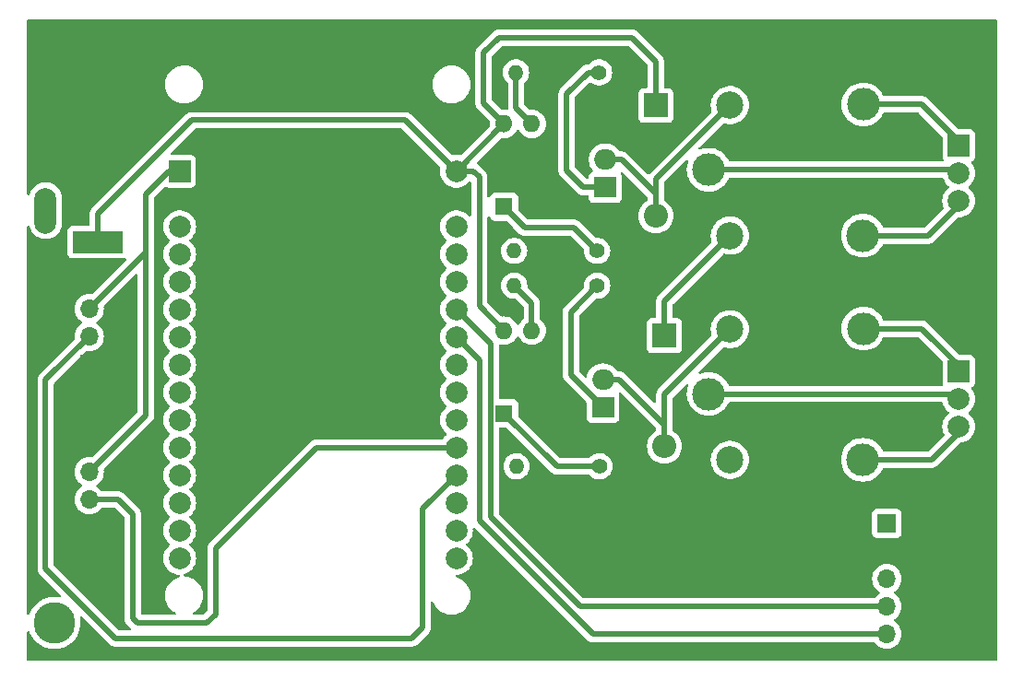
<source format=gbr>
%TF.GenerationSoftware,KiCad,Pcbnew,8.0.4+dfsg-1*%
%TF.CreationDate,2024-09-04T10:49:19-05:00*%
%TF.ProjectId,GreenHouse_automation,47726565-6e48-46f7-9573-655f6175746f,rev?*%
%TF.SameCoordinates,Original*%
%TF.FileFunction,Copper,L1,Top*%
%TF.FilePolarity,Positive*%
%FSLAX46Y46*%
G04 Gerber Fmt 4.6, Leading zero omitted, Abs format (unit mm)*
G04 Created by KiCad (PCBNEW 8.0.4+dfsg-1) date 2024-09-04 10:49:19*
%MOMM*%
%LPD*%
G01*
G04 APERTURE LIST*
%TA.AperFunction,ComponentPad*%
%ADD10C,3.800000*%
%TD*%
%TA.AperFunction,ComponentPad*%
%ADD11R,1.700000X1.700000*%
%TD*%
%TA.AperFunction,ComponentPad*%
%ADD12O,1.700000X1.700000*%
%TD*%
%TA.AperFunction,ComponentPad*%
%ADD13R,2.000000X2.000000*%
%TD*%
%TA.AperFunction,ComponentPad*%
%ADD14C,2.000000*%
%TD*%
%TA.AperFunction,ComponentPad*%
%ADD15R,1.600000X1.600000*%
%TD*%
%TA.AperFunction,ComponentPad*%
%ADD16O,1.600000X1.600000*%
%TD*%
%TA.AperFunction,ComponentPad*%
%ADD17C,3.000000*%
%TD*%
%TA.AperFunction,ComponentPad*%
%ADD18C,2.500000*%
%TD*%
%TA.AperFunction,ComponentPad*%
%ADD19O,1.400000X1.400000*%
%TD*%
%TA.AperFunction,ComponentPad*%
%ADD20C,1.400000*%
%TD*%
%TA.AperFunction,ComponentPad*%
%ADD21R,2.200000X2.200000*%
%TD*%
%TA.AperFunction,ComponentPad*%
%ADD22O,2.200000X2.200000*%
%TD*%
%TA.AperFunction,ComponentPad*%
%ADD23R,2.000000X1.905000*%
%TD*%
%TA.AperFunction,ComponentPad*%
%ADD24O,2.000000X1.905000*%
%TD*%
%TA.AperFunction,ComponentPad*%
%ADD25R,4.600000X2.000000*%
%TD*%
%TA.AperFunction,ComponentPad*%
%ADD26O,4.200000X2.000000*%
%TD*%
%TA.AperFunction,ComponentPad*%
%ADD27O,2.000000X4.200000*%
%TD*%
%TA.AperFunction,Conductor*%
%ADD28C,0.500000*%
%TD*%
G04 APERTURE END LIST*
D10*
%TO.P,,1*%
%TO.N,GND*%
X87000000Y-55800000D03*
%TD*%
%TO.P,,1*%
%TO.N,GND*%
X87000000Y-55800000D03*
%TD*%
%TO.P,,1*%
%TO.N,GND*%
X87000000Y-55800000D03*
%TD*%
%TO.P,H3,1*%
%TO.N,GND*%
X87000000Y-55800000D03*
%TD*%
%TO.P,H4,1*%
%TO.N,N/C*%
X3000000Y-56000000D03*
%TD*%
D11*
%TO.P,J6,1,Pin_1*%
%TO.N,3V3*%
X79400000Y-46860000D03*
D12*
%TO.P,J6,2,Pin_2*%
%TO.N,GND*%
X79400000Y-49400000D03*
%TO.P,J6,3,Pin_3*%
%TO.N,D14*%
X79400000Y-51940000D03*
%TO.P,J6,4,Pin_4*%
%TO.N,D27*%
X79400000Y-54480000D03*
%TO.P,J6,5,Pin_5*%
%TO.N,D26*%
X79400000Y-57020000D03*
%TD*%
D13*
%TO.P,J3,1,Pin_1*%
%TO.N,Net-(J3-Pin_1)*%
X86000000Y-32860000D03*
D14*
%TO.P,J3,2,Pin_2*%
%TO.N,Net-(J3-Pin_2)*%
X86000000Y-35400000D03*
%TO.P,J3,3,Pin_3*%
%TO.N,Net-(J3-Pin_3)*%
X86000000Y-37940000D03*
%TD*%
D15*
%TO.P,U3,1*%
%TO.N,Net-(R4-Pad1)*%
X44275000Y-36750000D03*
D16*
%TO.P,U3,2*%
%TO.N,GND*%
X46815000Y-36750000D03*
%TO.P,U3,3*%
%TO.N,Net-(R3-Pad2)*%
X46815000Y-29130000D03*
%TO.P,U3,4*%
%TO.N,VIN*%
X44275000Y-29130000D03*
%TD*%
D17*
%TO.P,K1,1*%
%TO.N,Net-(J2-Pin_2)*%
X63050000Y-14350000D03*
D18*
%TO.P,K1,2*%
%TO.N,VIN*%
X65000000Y-20400000D03*
D17*
%TO.P,K1,3*%
%TO.N,Net-(J2-Pin_3)*%
X77200000Y-20400000D03*
%TO.P,K1,4*%
%TO.N,Net-(J2-Pin_1)*%
X77250000Y-8350000D03*
D18*
%TO.P,K1,5*%
%TO.N,Net-(D1-A)*%
X65000000Y-8400000D03*
%TD*%
D19*
%TO.P,R3,2*%
%TO.N,Net-(R3-Pad2)*%
X45210000Y-25000000D03*
D20*
%TO.P,R3,1*%
%TO.N,Net-(Q2-B)*%
X52830000Y-25000000D03*
%TD*%
D21*
%TO.P,D1,1,K*%
%TO.N,VIN*%
X58200000Y-8440000D03*
D22*
%TO.P,D1,2,A*%
%TO.N,Net-(D1-A)*%
X58200000Y-18600000D03*
%TD*%
D20*
%TO.P,R4,1*%
%TO.N,Net-(R4-Pad1)*%
X53030000Y-41600000D03*
D19*
%TO.P,R4,2*%
%TO.N,D13*%
X45410000Y-41600000D03*
%TD*%
D11*
%TO.P,J4,1,Pin_1*%
%TO.N,GND*%
X6200000Y-32200000D03*
D12*
%TO.P,J4,2,Pin_2*%
%TO.N,D34*%
X6200000Y-29660000D03*
%TO.P,J4,3,Pin_3*%
%TO.N,3V3*%
X6200000Y-27120000D03*
%TD*%
D23*
%TO.P,Q1,1,B*%
%TO.N,Net-(Q1-B)*%
X53550000Y-15950000D03*
D24*
%TO.P,Q1,2,C*%
%TO.N,Net-(D1-A)*%
X53550000Y-13410000D03*
%TO.P,Q1,3,E*%
%TO.N,GND*%
X53550000Y-10870000D03*
%TD*%
D15*
%TO.P,U2,1*%
%TO.N,Net-(R2-Pad1)*%
X44275000Y-17750000D03*
D16*
%TO.P,U2,2*%
%TO.N,GND*%
X46815000Y-17750000D03*
%TO.P,U2,3*%
%TO.N,Net-(R1-Pad2)*%
X46815000Y-10130000D03*
%TO.P,U2,4*%
%TO.N,VIN*%
X44275000Y-10130000D03*
%TD*%
D10*
%TO.P,H2,1*%
%TO.N,GND*%
X86800000Y-4200000D03*
%TD*%
%TO.P,H1,1*%
%TO.N,GND*%
X3400000Y-4000000D03*
%TD*%
D19*
%TO.P,R2,2*%
%TO.N,D12*%
X45200000Y-21800000D03*
D20*
%TO.P,R2,1*%
%TO.N,Net-(R2-Pad1)*%
X52820000Y-21800000D03*
%TD*%
D12*
%TO.P,J5,3,Pin_3*%
%TO.N,3V3*%
X6200000Y-42120000D03*
%TO.P,J5,2,Pin_2*%
%TO.N,D35*%
X6200000Y-44660000D03*
D11*
%TO.P,J5,1,Pin_1*%
%TO.N,GND*%
X6200000Y-47200000D03*
%TD*%
D20*
%TO.P,R1,1*%
%TO.N,Net-(Q1-B)*%
X53000000Y-5400000D03*
D19*
%TO.P,R1,2*%
%TO.N,Net-(R1-Pad2)*%
X45380000Y-5400000D03*
%TD*%
D25*
%TO.P,J1,1*%
%TO.N,VIN*%
X7000000Y-21000000D03*
D26*
%TO.P,J1,2*%
%TO.N,GND*%
X7000000Y-14700000D03*
D27*
%TO.P,J1,3*%
%TO.N,N/C*%
X2200000Y-18100000D03*
%TD*%
D21*
%TO.P,D2,1,K*%
%TO.N,VIN*%
X59000000Y-29600000D03*
D22*
%TO.P,D2,2,A*%
%TO.N,Net-(D2-A)*%
X59000000Y-39760000D03*
%TD*%
D23*
%TO.P,Q2,1,B*%
%TO.N,Net-(Q2-B)*%
X53345000Y-36140000D03*
D24*
%TO.P,Q2,2,C*%
%TO.N,Net-(D2-A)*%
X53345000Y-33600000D03*
%TO.P,Q2,3,E*%
%TO.N,GND*%
X53345000Y-31060000D03*
%TD*%
D13*
%TO.P,U1,1,3V3*%
%TO.N,3V3*%
X14500000Y-14485000D03*
D14*
%TO.P,U1,2,GND*%
%TO.N,GND*%
X14500000Y-17025000D03*
%TO.P,U1,3,D15*%
%TO.N,unconnected-(U1-D15-Pad3)*%
X14500000Y-19565000D03*
%TO.P,U1,4,D2*%
%TO.N,unconnected-(U1-D2-Pad4)*%
X14500000Y-22105000D03*
%TO.P,U1,5,D4*%
%TO.N,unconnected-(U1-D4-Pad5)*%
X14500000Y-24645000D03*
%TO.P,U1,6,RX2*%
%TO.N,unconnected-(U1-RX2-Pad6)*%
X14500000Y-27185000D03*
%TO.P,U1,7,TX2*%
%TO.N,unconnected-(U1-TX2-Pad7)*%
X14500000Y-29725000D03*
%TO.P,U1,8,D5*%
%TO.N,unconnected-(U1-D5-Pad8)*%
X14500000Y-32265000D03*
%TO.P,U1,9,D18*%
%TO.N,unconnected-(U1-D18-Pad9)*%
X14500000Y-34805000D03*
%TO.P,U1,10,D19*%
%TO.N,unconnected-(U1-D19-Pad10)*%
X14500000Y-37345000D03*
%TO.P,U1,11,D21*%
%TO.N,unconnected-(U1-D21-Pad11)*%
X14500000Y-39885000D03*
%TO.P,U1,12,RX0*%
%TO.N,unconnected-(U1-RX0-Pad12)*%
X14500000Y-42425000D03*
%TO.P,U1,13,TX0*%
%TO.N,unconnected-(U1-TX0-Pad13)*%
X14500000Y-44965000D03*
%TO.P,U1,14,D22*%
%TO.N,unconnected-(U1-D22-Pad14)*%
X14500000Y-47505000D03*
%TO.P,U1,15,D23*%
%TO.N,unconnected-(U1-D23-Pad15)*%
X14500000Y-50045000D03*
%TO.P,U1,16,EN*%
%TO.N,unconnected-(U1-EN-Pad16)*%
X39900000Y-50045000D03*
%TO.P,U1,17,VP*%
%TO.N,unconnected-(U1-VP-Pad17)*%
X39900000Y-47505000D03*
%TO.P,U1,18,VN*%
%TO.N,unconnected-(U1-VN-Pad18)*%
X39900000Y-44965000D03*
%TO.P,U1,19,D34*%
%TO.N,D34*%
X39900000Y-42425000D03*
%TO.P,U1,20,D35*%
%TO.N,D35*%
X39900000Y-39885000D03*
%TO.P,U1,21,D32*%
%TO.N,unconnected-(U1-D32-Pad21)*%
X39900000Y-37345000D03*
%TO.P,U1,22,D33*%
%TO.N,unconnected-(U1-D33-Pad22)*%
X39900000Y-34805000D03*
%TO.P,U1,23,D25*%
%TO.N,unconnected-(U1-D25-Pad23)*%
X39900000Y-32265000D03*
%TO.P,U1,24,D26*%
%TO.N,D26*%
X39900000Y-29725000D03*
%TO.P,U1,25,D27*%
%TO.N,D27*%
X39900000Y-27185000D03*
%TO.P,U1,26,D14*%
%TO.N,D14*%
X39900000Y-24645000D03*
%TO.P,U1,27,D12*%
%TO.N,D12*%
X39900000Y-22105000D03*
%TO.P,U1,28,D13*%
%TO.N,D13*%
X39900000Y-19565000D03*
%TO.P,U1,29,GND*%
%TO.N,GND*%
X39900000Y-17025000D03*
%TO.P,U1,30,VIN*%
%TO.N,VIN*%
X39900000Y-14485000D03*
%TD*%
D13*
%TO.P,J2,1,Pin_1*%
%TO.N,Net-(J2-Pin_1)*%
X86000000Y-12120000D03*
D14*
%TO.P,J2,2,Pin_2*%
%TO.N,Net-(J2-Pin_2)*%
X86000000Y-14660000D03*
%TO.P,J2,3,Pin_3*%
%TO.N,Net-(J2-Pin_3)*%
X86000000Y-17200000D03*
%TD*%
D17*
%TO.P,K2,1*%
%TO.N,Net-(J3-Pin_2)*%
X63050000Y-34950000D03*
D18*
%TO.P,K2,2*%
%TO.N,VIN*%
X65000000Y-41000000D03*
D17*
%TO.P,K2,3*%
%TO.N,Net-(J3-Pin_3)*%
X77200000Y-41000000D03*
%TO.P,K2,4*%
%TO.N,Net-(J3-Pin_1)*%
X77250000Y-28950000D03*
D18*
%TO.P,K2,5*%
%TO.N,Net-(D2-A)*%
X65000000Y-29000000D03*
%TD*%
D28*
%TO.N,VIN*%
X44275000Y-10130000D02*
X42400000Y-8255000D01*
X42400000Y-8255000D02*
X42400000Y-3600000D01*
X42400000Y-3600000D02*
X43800000Y-2200000D01*
X43800000Y-2200000D02*
X56000000Y-2200000D01*
X56000000Y-2200000D02*
X58200000Y-4400000D01*
X58200000Y-4400000D02*
X58200000Y-8440000D01*
%TO.N,Net-(R1-Pad2)*%
X46815000Y-10130000D02*
X45380000Y-8695000D01*
X45380000Y-8695000D02*
X45380000Y-5400000D01*
%TO.N,Net-(Q1-B)*%
X50000000Y-7400000D02*
X52000000Y-5400000D01*
X52000000Y-5400000D02*
X53000000Y-5400000D01*
%TO.N,D26*%
X39900000Y-29725000D02*
X42000000Y-31825000D01*
X42000000Y-31825000D02*
X42000000Y-46600000D01*
X42000000Y-46600000D02*
X52420000Y-57020000D01*
X52420000Y-57020000D02*
X79400000Y-57020000D01*
%TO.N,D27*%
X39900000Y-27185000D02*
X43025000Y-30310000D01*
X43025000Y-30310000D02*
X43025000Y-46225000D01*
X43025000Y-46225000D02*
X51280000Y-54480000D01*
X51280000Y-54480000D02*
X79400000Y-54480000D01*
%TO.N,Net-(J3-Pin_2)*%
X63050000Y-34950000D02*
X86090000Y-34950000D01*
X86090000Y-34950000D02*
X86550000Y-35410000D01*
%TO.N,Net-(J3-Pin_3)*%
X77200000Y-41000000D02*
X83500000Y-41000000D01*
X83500000Y-41000000D02*
X86550000Y-37950000D01*
%TO.N,Net-(J3-Pin_1)*%
X77250000Y-28950000D02*
X82630000Y-28950000D01*
X82630000Y-28950000D02*
X86550000Y-32870000D01*
%TO.N,Net-(J2-Pin_2)*%
X63050000Y-14350000D02*
X86090000Y-14350000D01*
X86090000Y-14350000D02*
X86400000Y-14660000D01*
%TO.N,Net-(J2-Pin_3)*%
X77200000Y-20400000D02*
X83200000Y-20400000D01*
X83200000Y-20400000D02*
X86400000Y-17200000D01*
%TO.N,Net-(J2-Pin_1)*%
X77250000Y-8350000D02*
X82630000Y-8350000D01*
X82630000Y-8350000D02*
X86400000Y-12120000D01*
%TO.N,Net-(R4-Pad1)*%
X44275000Y-36750000D02*
X49125000Y-41600000D01*
X49125000Y-41600000D02*
X53030000Y-41600000D01*
%TO.N,VIN*%
X59000000Y-29600000D02*
X59000000Y-26400000D01*
X59000000Y-26400000D02*
X65000000Y-20400000D01*
%TO.N,Net-(D2-A)*%
X59000000Y-39760000D02*
X59000000Y-35000000D01*
X59000000Y-35000000D02*
X65000000Y-29000000D01*
X53345000Y-33600000D02*
X54845000Y-33600000D01*
X54845000Y-33600000D02*
X59000000Y-37755000D01*
X59000000Y-37755000D02*
X59000000Y-39760000D01*
%TO.N,Net-(Q2-B)*%
X52830000Y-25000000D02*
X50400000Y-27430000D01*
X50400000Y-27430000D02*
X50400000Y-33195000D01*
X50400000Y-33195000D02*
X53345000Y-36140000D01*
%TO.N,Net-(R3-Pad2)*%
X46815000Y-29130000D02*
X46815000Y-26605000D01*
X46815000Y-26605000D02*
X45210000Y-25000000D01*
%TO.N,Net-(R2-Pad1)*%
X44275000Y-17750000D02*
X46200000Y-19675000D01*
X46200000Y-19675000D02*
X50695000Y-19675000D01*
X50695000Y-19675000D02*
X52820000Y-21800000D01*
%TO.N,Net-(D1-A)*%
X58200000Y-18600000D02*
X58200000Y-15200000D01*
X58200000Y-15200000D02*
X65000000Y-8400000D01*
X53550000Y-13410000D02*
X55050000Y-13410000D01*
X55050000Y-13410000D02*
X58200000Y-16560000D01*
X58200000Y-16560000D02*
X58200000Y-18600000D01*
%TO.N,Net-(Q1-B)*%
X50000000Y-7400000D02*
X50000000Y-14400000D01*
X50000000Y-14400000D02*
X51550000Y-15950000D01*
X51550000Y-15950000D02*
X53550000Y-15950000D01*
%TO.N,VIN*%
X41485000Y-14485000D02*
X42000000Y-15000000D01*
X39900000Y-14485000D02*
X41485000Y-14485000D01*
X42000000Y-15000000D02*
X42000000Y-26855000D01*
X42000000Y-26855000D02*
X44275000Y-29130000D01*
X39900000Y-14485000D02*
X44255000Y-10130000D01*
X44255000Y-10130000D02*
X44275000Y-10130000D01*
%TO.N,D35*%
X6200000Y-44660000D02*
X8860000Y-44660000D01*
X8860000Y-44660000D02*
X10200000Y-46000000D01*
X10200000Y-46000000D02*
X10200000Y-55600000D01*
X10200000Y-55600000D02*
X10600000Y-56000000D01*
X10600000Y-56000000D02*
X17000000Y-56000000D01*
X17000000Y-56000000D02*
X17800000Y-55200000D01*
X17800000Y-55200000D02*
X17800000Y-49121446D01*
X17800000Y-49121446D02*
X27036446Y-39885000D01*
X27036446Y-39885000D02*
X39900000Y-39885000D01*
%TO.N,D34*%
X6200000Y-29660000D02*
X2200000Y-33660000D01*
X2200000Y-33660000D02*
X2200000Y-51000000D01*
X2200000Y-51000000D02*
X8600000Y-57400000D01*
X36800000Y-45525000D02*
X39900000Y-42425000D01*
X8600000Y-57400000D02*
X35800000Y-57400000D01*
X35800000Y-57400000D02*
X36800000Y-56400000D01*
X36800000Y-56400000D02*
X36800000Y-45525000D01*
%TO.N,3V3*%
X11400000Y-21920000D02*
X11400000Y-36920000D01*
X11400000Y-36920000D02*
X6200000Y-42120000D01*
X11400000Y-21920000D02*
X11400000Y-16600000D01*
X6200000Y-27120000D02*
X11400000Y-21920000D01*
X11400000Y-16600000D02*
X13515000Y-14485000D01*
X13515000Y-14485000D02*
X14500000Y-14485000D01*
%TO.N,VIN*%
X7000000Y-18400000D02*
X15600000Y-9800000D01*
X7000000Y-21000000D02*
X7000000Y-18400000D01*
X15600000Y-9800000D02*
X35215000Y-9800000D01*
X35215000Y-9800000D02*
X39900000Y-14485000D01*
X44275000Y-10130000D02*
X44275000Y-10675000D01*
%TO.N,Net-(D2-A)*%
X64950000Y-28950000D02*
X65000000Y-29000000D01*
%TD*%
%TA.AperFunction,Conductor*%
%TO.N,GND*%
G36*
X89442539Y-520185D02*
G01*
X89488294Y-572989D01*
X89499500Y-624500D01*
X89499500Y-59375500D01*
X89479815Y-59442539D01*
X89427011Y-59488294D01*
X89375500Y-59499500D01*
X624500Y-59499500D01*
X557461Y-59479815D01*
X511706Y-59427011D01*
X500500Y-59375500D01*
X500500Y-56858415D01*
X520185Y-56791376D01*
X572989Y-56745621D01*
X642147Y-56735677D01*
X705703Y-56764702D01*
X742431Y-56820097D01*
X763659Y-56885431D01*
X763661Y-56885436D01*
X892265Y-57158732D01*
X892268Y-57158738D01*
X1054111Y-57413763D01*
X1246652Y-57646505D01*
X1466836Y-57853272D01*
X1466846Y-57853280D01*
X1711193Y-58030808D01*
X1711198Y-58030810D01*
X1711205Y-58030816D01*
X1975896Y-58176332D01*
X1975901Y-58176334D01*
X1975903Y-58176335D01*
X1975904Y-58176336D01*
X2256734Y-58287524D01*
X2256737Y-58287525D01*
X2354259Y-58312564D01*
X2549302Y-58362642D01*
X2696039Y-58381179D01*
X2848963Y-58400499D01*
X2848969Y-58400499D01*
X2848973Y-58400500D01*
X2848975Y-58400500D01*
X3151025Y-58400500D01*
X3151027Y-58400500D01*
X3151032Y-58400499D01*
X3151036Y-58400499D01*
X3230591Y-58390448D01*
X3450698Y-58362642D01*
X3743262Y-58287525D01*
X3743265Y-58287524D01*
X4024095Y-58176336D01*
X4024096Y-58176335D01*
X4024094Y-58176335D01*
X4024104Y-58176332D01*
X4288795Y-58030816D01*
X4533162Y-57853274D01*
X4753349Y-57646504D01*
X4945885Y-57413768D01*
X5107733Y-57158736D01*
X5236341Y-56885430D01*
X5329681Y-56598160D01*
X5386280Y-56301457D01*
X5405246Y-56000000D01*
X5404082Y-55981506D01*
X5386281Y-55698553D01*
X5386280Y-55698549D01*
X5386280Y-55698543D01*
X5355518Y-55537284D01*
X5362292Y-55467747D01*
X5405587Y-55412908D01*
X5471657Y-55390181D01*
X5539526Y-55406783D01*
X5565003Y-55426371D01*
X8121586Y-57982954D01*
X8159048Y-58007984D01*
X8177780Y-58020500D01*
X8244505Y-58065084D01*
X8381087Y-58121658D01*
X8381091Y-58121658D01*
X8381092Y-58121659D01*
X8526079Y-58150500D01*
X8526082Y-58150500D01*
X35873920Y-58150500D01*
X35971462Y-58131096D01*
X36018913Y-58121658D01*
X36155495Y-58065084D01*
X36222220Y-58020500D01*
X36278416Y-57982952D01*
X37382952Y-56878415D01*
X37445642Y-56784592D01*
X37465084Y-56755495D01*
X37497042Y-56678342D01*
X37521659Y-56618912D01*
X37550500Y-56473917D01*
X37550500Y-56326082D01*
X37550500Y-54135151D01*
X37570185Y-54068112D01*
X37622989Y-54022357D01*
X37692147Y-54012413D01*
X37755703Y-54041438D01*
X37789061Y-54087699D01*
X37856650Y-54250876D01*
X37856657Y-54250890D01*
X37971392Y-54449617D01*
X38111081Y-54631661D01*
X38111089Y-54631670D01*
X38273330Y-54793911D01*
X38273338Y-54793918D01*
X38455382Y-54933607D01*
X38455385Y-54933608D01*
X38455388Y-54933611D01*
X38654112Y-55048344D01*
X38654117Y-55048346D01*
X38654123Y-55048349D01*
X38745480Y-55086190D01*
X38866113Y-55136158D01*
X39087762Y-55195548D01*
X39315266Y-55225500D01*
X39315273Y-55225500D01*
X39544727Y-55225500D01*
X39544734Y-55225500D01*
X39772238Y-55195548D01*
X39993887Y-55136158D01*
X40205888Y-55048344D01*
X40404612Y-54933611D01*
X40586661Y-54793919D01*
X40586665Y-54793914D01*
X40586670Y-54793911D01*
X40748911Y-54631670D01*
X40748914Y-54631665D01*
X40748919Y-54631661D01*
X40888611Y-54449612D01*
X41003344Y-54250888D01*
X41091158Y-54038887D01*
X41150548Y-53817238D01*
X41180500Y-53589734D01*
X41180500Y-53360266D01*
X41150548Y-53132762D01*
X41091158Y-52911113D01*
X41003346Y-52699118D01*
X41003346Y-52699117D01*
X41003344Y-52699112D01*
X40888611Y-52500388D01*
X40888608Y-52500385D01*
X40888607Y-52500382D01*
X40748918Y-52318338D01*
X40748911Y-52318330D01*
X40586670Y-52156089D01*
X40586661Y-52156081D01*
X40404617Y-52016392D01*
X40205890Y-51901657D01*
X40205876Y-51901650D01*
X39993887Y-51813842D01*
X39902197Y-51789274D01*
X39842538Y-51752910D01*
X39812009Y-51690063D01*
X39820304Y-51620688D01*
X39864789Y-51566810D01*
X39931341Y-51545535D01*
X39934292Y-51545500D01*
X40024335Y-51545500D01*
X40269614Y-51504571D01*
X40504810Y-51423828D01*
X40723509Y-51305474D01*
X40919744Y-51152738D01*
X41088164Y-50969785D01*
X41224173Y-50761607D01*
X41324063Y-50533881D01*
X41385108Y-50292821D01*
X41405643Y-50045000D01*
X41385108Y-49797179D01*
X41324063Y-49556119D01*
X41224173Y-49328393D01*
X41088166Y-49120217D01*
X41021248Y-49047525D01*
X40919744Y-48937262D01*
X40836991Y-48872852D01*
X40796179Y-48816143D01*
X40792504Y-48746370D01*
X40827136Y-48685687D01*
X40836985Y-48677151D01*
X40919744Y-48612738D01*
X41088164Y-48429785D01*
X41224173Y-48221607D01*
X41324063Y-47993881D01*
X41385108Y-47752821D01*
X41405643Y-47505000D01*
X41394005Y-47364551D01*
X41408086Y-47296116D01*
X41456931Y-47246157D01*
X41525032Y-47230536D01*
X41590767Y-47254213D01*
X41605262Y-47266631D01*
X49282288Y-54943655D01*
X51837048Y-57498415D01*
X51837049Y-57498416D01*
X51941584Y-57602951D01*
X51941585Y-57602952D01*
X52064498Y-57685080D01*
X52064511Y-57685087D01*
X52201082Y-57741656D01*
X52201087Y-57741658D01*
X52201091Y-57741658D01*
X52201092Y-57741659D01*
X52346079Y-57770500D01*
X52346082Y-57770500D01*
X78212299Y-57770500D01*
X78279338Y-57790185D01*
X78313873Y-57823376D01*
X78361505Y-57891401D01*
X78528599Y-58058495D01*
X78625384Y-58126265D01*
X78722165Y-58194032D01*
X78722167Y-58194033D01*
X78722170Y-58194035D01*
X78936337Y-58293903D01*
X79164592Y-58355063D01*
X79352918Y-58371539D01*
X79399999Y-58375659D01*
X79400000Y-58375659D01*
X79400001Y-58375659D01*
X79439234Y-58372226D01*
X79635408Y-58355063D01*
X79863663Y-58293903D01*
X80077830Y-58194035D01*
X80271401Y-58058495D01*
X80438495Y-57891401D01*
X80574035Y-57697830D01*
X80673903Y-57483663D01*
X80735063Y-57255408D01*
X80755659Y-57020000D01*
X80735063Y-56784592D01*
X80673903Y-56556337D01*
X80574035Y-56342171D01*
X80562770Y-56326082D01*
X80438494Y-56148597D01*
X80271402Y-55981506D01*
X80271396Y-55981501D01*
X80085842Y-55851575D01*
X80042217Y-55796998D01*
X80035023Y-55727500D01*
X80066546Y-55665145D01*
X80085842Y-55648425D01*
X80108026Y-55632891D01*
X80271401Y-55518495D01*
X80438495Y-55351401D01*
X80574035Y-55157830D01*
X80673903Y-54943663D01*
X80735063Y-54715408D01*
X80755659Y-54480000D01*
X80735063Y-54244592D01*
X80673903Y-54016337D01*
X80574035Y-53802171D01*
X80523151Y-53729500D01*
X80438494Y-53608597D01*
X80271402Y-53441506D01*
X80271396Y-53441501D01*
X80085842Y-53311575D01*
X80042217Y-53256998D01*
X80035023Y-53187500D01*
X80066546Y-53125145D01*
X80085842Y-53108425D01*
X80108026Y-53092891D01*
X80271401Y-52978495D01*
X80438495Y-52811401D01*
X80574035Y-52617830D01*
X80673903Y-52403663D01*
X80735063Y-52175408D01*
X80755659Y-51940000D01*
X80735063Y-51704592D01*
X80675747Y-51483219D01*
X80673905Y-51476344D01*
X80673904Y-51476343D01*
X80673903Y-51476337D01*
X80574035Y-51262171D01*
X80543749Y-51218917D01*
X80438494Y-51068597D01*
X80271402Y-50901506D01*
X80271395Y-50901501D01*
X80077834Y-50765967D01*
X80077830Y-50765965D01*
X80068482Y-50761606D01*
X79863663Y-50666097D01*
X79863659Y-50666096D01*
X79863655Y-50666094D01*
X79635413Y-50604938D01*
X79635403Y-50604936D01*
X79400001Y-50584341D01*
X79399999Y-50584341D01*
X79164596Y-50604936D01*
X79164586Y-50604938D01*
X78936344Y-50666094D01*
X78936335Y-50666098D01*
X78722171Y-50765964D01*
X78722169Y-50765965D01*
X78528597Y-50901505D01*
X78361505Y-51068597D01*
X78225965Y-51262169D01*
X78225964Y-51262171D01*
X78126098Y-51476335D01*
X78126094Y-51476344D01*
X78064938Y-51704586D01*
X78064936Y-51704596D01*
X78044341Y-51939999D01*
X78044341Y-51940000D01*
X78064936Y-52175403D01*
X78064938Y-52175413D01*
X78126094Y-52403655D01*
X78126096Y-52403659D01*
X78126097Y-52403663D01*
X78171198Y-52500382D01*
X78225965Y-52617830D01*
X78225967Y-52617834D01*
X78361501Y-52811395D01*
X78361506Y-52811402D01*
X78528597Y-52978493D01*
X78528603Y-52978498D01*
X78714158Y-53108425D01*
X78757783Y-53163002D01*
X78764977Y-53232500D01*
X78733454Y-53294855D01*
X78714158Y-53311575D01*
X78528597Y-53441505D01*
X78361506Y-53608596D01*
X78313874Y-53676623D01*
X78259297Y-53720248D01*
X78212299Y-53729500D01*
X51642230Y-53729500D01*
X51575191Y-53709815D01*
X51554549Y-53693181D01*
X43823503Y-45962135D01*
X78049500Y-45962135D01*
X78049500Y-47757870D01*
X78049501Y-47757876D01*
X78055908Y-47817483D01*
X78106202Y-47952328D01*
X78106206Y-47952335D01*
X78192452Y-48067544D01*
X78192455Y-48067547D01*
X78307664Y-48153793D01*
X78307671Y-48153797D01*
X78442517Y-48204091D01*
X78442516Y-48204091D01*
X78449444Y-48204835D01*
X78502127Y-48210500D01*
X80297872Y-48210499D01*
X80357483Y-48204091D01*
X80492331Y-48153796D01*
X80607546Y-48067546D01*
X80693796Y-47952331D01*
X80744091Y-47817483D01*
X80750500Y-47757873D01*
X80750499Y-45962128D01*
X80744091Y-45902517D01*
X80739342Y-45889785D01*
X80693797Y-45767671D01*
X80693793Y-45767664D01*
X80607547Y-45652455D01*
X80607544Y-45652452D01*
X80492335Y-45566206D01*
X80492328Y-45566202D01*
X80357482Y-45515908D01*
X80357483Y-45515908D01*
X80297883Y-45509501D01*
X80297881Y-45509500D01*
X80297873Y-45509500D01*
X80297864Y-45509500D01*
X78502129Y-45509500D01*
X78502123Y-45509501D01*
X78442516Y-45515908D01*
X78307671Y-45566202D01*
X78307664Y-45566206D01*
X78192455Y-45652452D01*
X78192452Y-45652455D01*
X78106206Y-45767664D01*
X78106202Y-45767671D01*
X78055908Y-45902517D01*
X78049501Y-45962116D01*
X78049501Y-45962123D01*
X78049500Y-45962135D01*
X43823503Y-45962135D01*
X43811819Y-45950451D01*
X43778334Y-45889128D01*
X43775500Y-45862770D01*
X43775500Y-41599999D01*
X44204357Y-41599999D01*
X44204357Y-41600000D01*
X44224884Y-41821535D01*
X44224885Y-41821537D01*
X44285769Y-42035523D01*
X44285775Y-42035538D01*
X44384938Y-42234683D01*
X44384943Y-42234691D01*
X44519020Y-42412238D01*
X44683437Y-42562123D01*
X44683439Y-42562125D01*
X44872595Y-42679245D01*
X44872596Y-42679245D01*
X44872599Y-42679247D01*
X45080060Y-42759618D01*
X45298757Y-42800500D01*
X45298759Y-42800500D01*
X45521241Y-42800500D01*
X45521243Y-42800500D01*
X45739940Y-42759618D01*
X45947401Y-42679247D01*
X46136562Y-42562124D01*
X46300981Y-42412236D01*
X46435058Y-42234689D01*
X46534229Y-42035528D01*
X46595115Y-41821536D01*
X46615643Y-41600000D01*
X46614063Y-41582954D01*
X46595115Y-41378464D01*
X46595114Y-41378462D01*
X46591411Y-41365449D01*
X46534229Y-41164472D01*
X46534224Y-41164461D01*
X46435061Y-40965316D01*
X46435056Y-40965308D01*
X46300979Y-40787761D01*
X46136562Y-40637876D01*
X46136560Y-40637874D01*
X45947404Y-40520754D01*
X45947398Y-40520752D01*
X45739940Y-40440382D01*
X45521243Y-40399500D01*
X45298757Y-40399500D01*
X45080060Y-40440382D01*
X44971140Y-40482578D01*
X44872601Y-40520752D01*
X44872595Y-40520754D01*
X44683439Y-40637874D01*
X44683437Y-40637876D01*
X44519020Y-40787761D01*
X44384943Y-40965308D01*
X44384938Y-40965316D01*
X44285775Y-41164461D01*
X44285769Y-41164476D01*
X44224885Y-41378462D01*
X44224884Y-41378464D01*
X44204357Y-41599999D01*
X43775500Y-41599999D01*
X43775500Y-38174499D01*
X43795185Y-38107460D01*
X43847989Y-38061705D01*
X43899500Y-38050499D01*
X44462769Y-38050499D01*
X44529808Y-38070184D01*
X44550450Y-38086818D01*
X48646584Y-42182952D01*
X48673216Y-42200746D01*
X48699843Y-42218538D01*
X48699845Y-42218539D01*
X48699848Y-42218541D01*
X48769505Y-42265084D01*
X48906087Y-42321658D01*
X48906091Y-42321658D01*
X48906092Y-42321659D01*
X49051079Y-42350500D01*
X49051082Y-42350500D01*
X49051083Y-42350500D01*
X49198918Y-42350500D01*
X52030653Y-42350500D01*
X52097692Y-42370185D01*
X52129606Y-42399771D01*
X52139021Y-42412239D01*
X52303437Y-42562123D01*
X52303439Y-42562125D01*
X52492595Y-42679245D01*
X52492596Y-42679245D01*
X52492599Y-42679247D01*
X52700060Y-42759618D01*
X52918757Y-42800500D01*
X52918759Y-42800500D01*
X53141241Y-42800500D01*
X53141243Y-42800500D01*
X53359940Y-42759618D01*
X53567401Y-42679247D01*
X53756562Y-42562124D01*
X53920981Y-42412236D01*
X54055058Y-42234689D01*
X54154229Y-42035528D01*
X54215115Y-41821536D01*
X54235643Y-41600000D01*
X54234063Y-41582954D01*
X54215115Y-41378464D01*
X54215114Y-41378462D01*
X54211411Y-41365449D01*
X54154229Y-41164472D01*
X54154224Y-41164461D01*
X54055061Y-40965316D01*
X54055056Y-40965308D01*
X53920979Y-40787761D01*
X53756562Y-40637876D01*
X53756560Y-40637874D01*
X53567404Y-40520754D01*
X53567398Y-40520752D01*
X53359940Y-40440382D01*
X53141243Y-40399500D01*
X52918757Y-40399500D01*
X52700060Y-40440382D01*
X52591140Y-40482578D01*
X52492601Y-40520752D01*
X52492595Y-40520754D01*
X52303439Y-40637874D01*
X52303437Y-40637876D01*
X52139021Y-40787760D01*
X52129606Y-40800229D01*
X52073496Y-40841864D01*
X52030653Y-40849500D01*
X49487230Y-40849500D01*
X49420191Y-40829815D01*
X49399549Y-40813181D01*
X45611818Y-37025450D01*
X45578333Y-36964127D01*
X45575499Y-36937769D01*
X45575499Y-35902129D01*
X45575498Y-35902123D01*
X45569091Y-35842516D01*
X45518797Y-35707671D01*
X45518793Y-35707664D01*
X45432547Y-35592455D01*
X45432544Y-35592452D01*
X45317335Y-35506206D01*
X45317328Y-35506202D01*
X45182482Y-35455908D01*
X45182483Y-35455908D01*
X45122883Y-35449501D01*
X45122881Y-35449500D01*
X45122873Y-35449500D01*
X45122865Y-35449500D01*
X43899500Y-35449500D01*
X43832461Y-35429815D01*
X43786706Y-35377011D01*
X43775500Y-35325500D01*
X43775500Y-33268920D01*
X49649499Y-33268920D01*
X49678340Y-33413907D01*
X49678343Y-33413917D01*
X49734914Y-33550492D01*
X49734915Y-33550494D01*
X49734916Y-33550495D01*
X49758692Y-33586079D01*
X49758694Y-33586081D01*
X49758695Y-33586084D01*
X49817046Y-33673414D01*
X49817052Y-33673421D01*
X51808181Y-35664549D01*
X51841666Y-35725872D01*
X51844500Y-35752230D01*
X51844500Y-37140370D01*
X51844501Y-37140376D01*
X51850908Y-37199983D01*
X51901202Y-37334827D01*
X51901206Y-37334835D01*
X51987452Y-37450044D01*
X51987455Y-37450047D01*
X52102664Y-37536293D01*
X52102671Y-37536297D01*
X52237517Y-37586591D01*
X52237516Y-37586591D01*
X52244444Y-37587335D01*
X52297127Y-37593000D01*
X54392872Y-37592999D01*
X54452483Y-37586591D01*
X54587331Y-37536296D01*
X54702546Y-37450046D01*
X54788796Y-37334831D01*
X54788796Y-37334829D01*
X54788798Y-37334827D01*
X54817800Y-37257064D01*
X54839091Y-37199983D01*
X54845500Y-37140373D01*
X54845499Y-35139628D01*
X54839091Y-35080017D01*
X54828944Y-35052812D01*
X54785746Y-34936991D01*
X54780762Y-34867299D01*
X54814247Y-34805976D01*
X54875570Y-34772492D01*
X54945262Y-34777476D01*
X54989609Y-34805977D01*
X58213181Y-38029548D01*
X58246666Y-38090871D01*
X58249500Y-38117229D01*
X58249500Y-38273352D01*
X58229815Y-38340391D01*
X58190290Y-38379079D01*
X58056346Y-38461160D01*
X58056343Y-38461161D01*
X57864776Y-38624776D01*
X57701161Y-38816343D01*
X57701160Y-38816346D01*
X57569533Y-39031140D01*
X57473126Y-39263889D01*
X57414317Y-39508848D01*
X57394551Y-39760000D01*
X57414317Y-40011151D01*
X57473126Y-40256110D01*
X57569533Y-40488859D01*
X57701160Y-40703653D01*
X57701161Y-40703656D01*
X57738292Y-40747130D01*
X57864776Y-40895224D01*
X57978950Y-40992738D01*
X58056343Y-41058838D01*
X58056346Y-41058839D01*
X58271140Y-41190466D01*
X58442947Y-41261630D01*
X58503889Y-41286873D01*
X58748852Y-41345683D01*
X59000000Y-41365449D01*
X59251148Y-41345683D01*
X59496111Y-41286873D01*
X59728859Y-41190466D01*
X59943659Y-41058836D01*
X60012553Y-40999995D01*
X63244592Y-40999995D01*
X63244592Y-41000004D01*
X63264196Y-41261620D01*
X63264197Y-41261625D01*
X63322576Y-41517402D01*
X63322578Y-41517411D01*
X63322580Y-41517416D01*
X63418432Y-41761643D01*
X63549614Y-41988857D01*
X63625741Y-42084317D01*
X63713198Y-42193985D01*
X63881883Y-42350500D01*
X63905521Y-42372433D01*
X64122296Y-42520228D01*
X64122301Y-42520230D01*
X64122302Y-42520231D01*
X64122303Y-42520232D01*
X64209292Y-42562123D01*
X64358673Y-42634061D01*
X64358674Y-42634061D01*
X64358677Y-42634063D01*
X64609385Y-42711396D01*
X64868818Y-42750500D01*
X65131182Y-42750500D01*
X65390615Y-42711396D01*
X65641323Y-42634063D01*
X65877704Y-42520228D01*
X66094479Y-42372433D01*
X66286805Y-42193981D01*
X66450386Y-41988857D01*
X66581568Y-41761643D01*
X66677420Y-41517416D01*
X66735802Y-41261630D01*
X66737100Y-41244313D01*
X66755408Y-41000004D01*
X66755408Y-40999995D01*
X66735803Y-40738379D01*
X66735802Y-40738374D01*
X66735802Y-40738370D01*
X66677420Y-40482584D01*
X66581568Y-40238357D01*
X66450386Y-40011143D01*
X66286805Y-39806019D01*
X66286804Y-39806018D01*
X66286801Y-39806014D01*
X66094479Y-39627567D01*
X65920356Y-39508852D01*
X65877704Y-39479772D01*
X65877700Y-39479770D01*
X65877697Y-39479768D01*
X65877696Y-39479767D01*
X65641325Y-39365938D01*
X65641327Y-39365938D01*
X65390623Y-39288606D01*
X65390619Y-39288605D01*
X65390615Y-39288604D01*
X65265823Y-39269794D01*
X65131187Y-39249500D01*
X65131182Y-39249500D01*
X64868818Y-39249500D01*
X64868812Y-39249500D01*
X64707247Y-39273853D01*
X64609385Y-39288604D01*
X64609382Y-39288605D01*
X64609376Y-39288606D01*
X64358673Y-39365938D01*
X64122303Y-39479767D01*
X64122302Y-39479768D01*
X63905520Y-39627567D01*
X63713198Y-39806014D01*
X63549614Y-40011143D01*
X63418432Y-40238356D01*
X63322582Y-40482578D01*
X63322576Y-40482597D01*
X63264197Y-40738374D01*
X63264196Y-40738379D01*
X63244592Y-40999995D01*
X60012553Y-40999995D01*
X60135224Y-40895224D01*
X60298836Y-40703659D01*
X60430466Y-40488859D01*
X60526873Y-40256111D01*
X60585683Y-40011148D01*
X60605449Y-39760000D01*
X60585683Y-39508852D01*
X60526873Y-39263889D01*
X60490316Y-39175633D01*
X60430466Y-39031140D01*
X60298839Y-38816346D01*
X60298838Y-38816343D01*
X60261875Y-38773066D01*
X60135224Y-38624776D01*
X60008571Y-38516604D01*
X59943656Y-38461161D01*
X59943653Y-38461160D01*
X59809710Y-38379079D01*
X59762835Y-38327267D01*
X59750500Y-38273352D01*
X59750500Y-35362228D01*
X59770185Y-35295189D01*
X59786814Y-35274552D01*
X60989785Y-34071581D01*
X61051107Y-34038097D01*
X61120799Y-34043081D01*
X61176732Y-34084953D01*
X61201149Y-34150417D01*
X61193647Y-34202596D01*
X61125629Y-34384960D01*
X61064804Y-34664566D01*
X61044390Y-34949998D01*
X61044390Y-34950001D01*
X61064804Y-35235433D01*
X61125628Y-35515037D01*
X61125630Y-35515043D01*
X61125631Y-35515046D01*
X61225633Y-35783161D01*
X61225635Y-35783166D01*
X61362770Y-36034309D01*
X61362775Y-36034317D01*
X61534254Y-36263387D01*
X61534270Y-36263405D01*
X61736594Y-36465729D01*
X61736612Y-36465745D01*
X61965682Y-36637224D01*
X61965690Y-36637229D01*
X62216833Y-36774364D01*
X62216832Y-36774364D01*
X62216836Y-36774365D01*
X62216839Y-36774367D01*
X62484954Y-36874369D01*
X62484960Y-36874370D01*
X62484962Y-36874371D01*
X62764566Y-36935195D01*
X62764568Y-36935195D01*
X62764572Y-36935196D01*
X63018220Y-36953337D01*
X63049999Y-36955610D01*
X63050000Y-36955610D01*
X63050001Y-36955610D01*
X63078595Y-36953564D01*
X63335428Y-36935196D01*
X63615046Y-36874369D01*
X63883161Y-36774367D01*
X64134315Y-36637226D01*
X64363395Y-36465739D01*
X64565739Y-36263395D01*
X64737226Y-36034315D01*
X64874367Y-35783161D01*
X64874725Y-35782198D01*
X64875114Y-35781160D01*
X64875541Y-35780589D01*
X64876204Y-35779138D01*
X64876519Y-35779282D01*
X64916988Y-35725229D01*
X64982454Y-35700815D01*
X64991293Y-35700500D01*
X84431719Y-35700500D01*
X84498758Y-35720185D01*
X84544513Y-35772989D01*
X84551924Y-35794058D01*
X84571741Y-35872312D01*
X84575937Y-35888881D01*
X84675826Y-36116606D01*
X84811833Y-36324782D01*
X84811836Y-36324785D01*
X84980256Y-36507738D01*
X85063008Y-36572147D01*
X85103821Y-36628857D01*
X85107496Y-36698630D01*
X85072864Y-36759313D01*
X85063014Y-36767848D01*
X85004400Y-36813469D01*
X84980257Y-36832261D01*
X84811833Y-37015217D01*
X84675826Y-37223393D01*
X84575936Y-37451118D01*
X84514892Y-37692175D01*
X84514890Y-37692187D01*
X84494357Y-37939994D01*
X84494357Y-37940005D01*
X84514890Y-38187812D01*
X84514892Y-38187824D01*
X84575937Y-38428881D01*
X84674174Y-38652841D01*
X84683077Y-38722141D01*
X84653100Y-38785253D01*
X84648299Y-38790332D01*
X83225451Y-40213181D01*
X83164128Y-40246666D01*
X83137770Y-40249500D01*
X79141293Y-40249500D01*
X79074254Y-40229815D01*
X79028499Y-40177011D01*
X79025114Y-40168840D01*
X79024369Y-40166845D01*
X79024364Y-40166833D01*
X78887229Y-39915690D01*
X78887224Y-39915682D01*
X78715745Y-39686612D01*
X78715729Y-39686594D01*
X78513405Y-39484270D01*
X78513387Y-39484254D01*
X78284317Y-39312775D01*
X78284309Y-39312770D01*
X78033166Y-39175635D01*
X78033167Y-39175635D01*
X77922879Y-39134500D01*
X77765046Y-39075631D01*
X77765043Y-39075630D01*
X77765037Y-39075628D01*
X77485433Y-39014804D01*
X77200001Y-38994390D01*
X77199999Y-38994390D01*
X76914566Y-39014804D01*
X76634962Y-39075628D01*
X76366833Y-39175635D01*
X76115690Y-39312770D01*
X76115682Y-39312775D01*
X75886612Y-39484254D01*
X75886594Y-39484270D01*
X75684270Y-39686594D01*
X75684254Y-39686612D01*
X75512775Y-39915682D01*
X75512770Y-39915690D01*
X75375635Y-40166833D01*
X75275628Y-40434962D01*
X75214804Y-40714566D01*
X75194390Y-40999998D01*
X75194390Y-41000001D01*
X75214804Y-41285433D01*
X75275628Y-41565037D01*
X75275630Y-41565043D01*
X75275631Y-41565046D01*
X75375633Y-41833161D01*
X75375635Y-41833166D01*
X75512770Y-42084309D01*
X75512775Y-42084317D01*
X75684254Y-42313387D01*
X75684270Y-42313405D01*
X75886594Y-42515729D01*
X75886612Y-42515745D01*
X76115682Y-42687224D01*
X76115690Y-42687229D01*
X76366833Y-42824364D01*
X76366832Y-42824364D01*
X76366836Y-42824365D01*
X76366839Y-42824367D01*
X76634954Y-42924369D01*
X76634960Y-42924370D01*
X76634962Y-42924371D01*
X76914566Y-42985195D01*
X76914568Y-42985195D01*
X76914572Y-42985196D01*
X77168220Y-43003337D01*
X77199999Y-43005610D01*
X77200000Y-43005610D01*
X77200001Y-43005610D01*
X77228595Y-43003564D01*
X77485428Y-42985196D01*
X77765046Y-42924369D01*
X78033161Y-42824367D01*
X78284315Y-42687226D01*
X78513395Y-42515739D01*
X78715739Y-42313395D01*
X78887226Y-42084315D01*
X79024367Y-41833161D01*
X79024725Y-41832198D01*
X79025114Y-41831160D01*
X79025541Y-41830589D01*
X79026204Y-41829138D01*
X79026519Y-41829282D01*
X79066988Y-41775229D01*
X79132454Y-41750815D01*
X79141293Y-41750500D01*
X83573920Y-41750500D01*
X83671462Y-41731096D01*
X83718913Y-41721658D01*
X83855495Y-41665084D01*
X83904729Y-41632186D01*
X83978416Y-41582952D01*
X86092084Y-39469282D01*
X86153405Y-39435799D01*
X86159334Y-39434659D01*
X86369614Y-39399571D01*
X86604810Y-39318828D01*
X86823509Y-39200474D01*
X87019744Y-39047738D01*
X87188164Y-38864785D01*
X87324173Y-38656607D01*
X87424063Y-38428881D01*
X87485108Y-38187821D01*
X87486212Y-38174499D01*
X87505643Y-37940005D01*
X87505643Y-37939994D01*
X87485109Y-37692187D01*
X87485107Y-37692175D01*
X87424063Y-37451118D01*
X87324173Y-37223393D01*
X87188166Y-37015217D01*
X87114500Y-36935195D01*
X87019744Y-36832262D01*
X86936991Y-36767852D01*
X86896179Y-36711143D01*
X86892504Y-36641370D01*
X86927136Y-36580687D01*
X86936985Y-36572151D01*
X87019744Y-36507738D01*
X87188164Y-36324785D01*
X87324173Y-36116607D01*
X87424063Y-35888881D01*
X87485108Y-35647821D01*
X87489696Y-35592452D01*
X87505643Y-35400005D01*
X87505643Y-35399994D01*
X87485109Y-35152187D01*
X87485107Y-35152175D01*
X87424063Y-34911118D01*
X87324174Y-34683396D01*
X87324173Y-34683393D01*
X87193256Y-34483009D01*
X87173070Y-34416122D01*
X87192250Y-34348936D01*
X87237642Y-34306356D01*
X87242323Y-34303798D01*
X87242331Y-34303796D01*
X87357546Y-34217546D01*
X87443796Y-34102331D01*
X87494091Y-33967483D01*
X87500500Y-33907873D01*
X87500499Y-31812128D01*
X87494091Y-31752517D01*
X87443796Y-31617669D01*
X87443795Y-31617668D01*
X87443793Y-31617664D01*
X87357547Y-31502455D01*
X87357544Y-31502452D01*
X87242335Y-31416206D01*
X87242328Y-31416202D01*
X87107482Y-31365908D01*
X87107483Y-31365908D01*
X87047883Y-31359501D01*
X87047881Y-31359500D01*
X87047873Y-31359500D01*
X87047865Y-31359500D01*
X86152229Y-31359500D01*
X86085190Y-31339815D01*
X86064548Y-31323181D01*
X83108421Y-28367052D01*
X83108414Y-28367046D01*
X83034729Y-28317812D01*
X83034729Y-28317813D01*
X82985491Y-28284913D01*
X82848917Y-28228343D01*
X82848907Y-28228340D01*
X82703920Y-28199500D01*
X82703918Y-28199500D01*
X79191293Y-28199500D01*
X79124254Y-28179815D01*
X79078499Y-28127011D01*
X79075114Y-28118840D01*
X79074369Y-28116845D01*
X79074364Y-28116833D01*
X78937229Y-27865690D01*
X78937224Y-27865682D01*
X78765745Y-27636612D01*
X78765729Y-27636594D01*
X78563405Y-27434270D01*
X78563387Y-27434254D01*
X78334317Y-27262775D01*
X78334309Y-27262770D01*
X78083166Y-27125635D01*
X78083167Y-27125635D01*
X77946082Y-27074505D01*
X77815046Y-27025631D01*
X77815043Y-27025630D01*
X77815037Y-27025628D01*
X77535433Y-26964804D01*
X77250001Y-26944390D01*
X77249999Y-26944390D01*
X76964566Y-26964804D01*
X76684962Y-27025628D01*
X76416833Y-27125635D01*
X76165690Y-27262770D01*
X76165682Y-27262775D01*
X75936612Y-27434254D01*
X75936594Y-27434270D01*
X75734270Y-27636594D01*
X75734254Y-27636612D01*
X75562775Y-27865682D01*
X75562770Y-27865690D01*
X75425635Y-28116833D01*
X75325628Y-28384962D01*
X75264804Y-28664566D01*
X75244390Y-28949998D01*
X75244390Y-28950001D01*
X75264804Y-29235433D01*
X75325628Y-29515037D01*
X75325630Y-29515043D01*
X75325631Y-29515046D01*
X75425633Y-29783161D01*
X75425635Y-29783166D01*
X75562770Y-30034309D01*
X75562775Y-30034317D01*
X75734254Y-30263387D01*
X75734270Y-30263405D01*
X75936594Y-30465729D01*
X75936612Y-30465745D01*
X76165682Y-30637224D01*
X76165690Y-30637229D01*
X76416833Y-30774364D01*
X76416832Y-30774364D01*
X76416836Y-30774365D01*
X76416839Y-30774367D01*
X76684954Y-30874369D01*
X76684960Y-30874370D01*
X76684962Y-30874371D01*
X76964566Y-30935195D01*
X76964568Y-30935195D01*
X76964572Y-30935196D01*
X77218220Y-30953337D01*
X77249999Y-30955610D01*
X77250000Y-30955610D01*
X77250001Y-30955610D01*
X77278595Y-30953564D01*
X77535428Y-30935196D01*
X77815046Y-30874369D01*
X78083161Y-30774367D01*
X78334315Y-30637226D01*
X78563395Y-30465739D01*
X78765739Y-30263395D01*
X78937226Y-30034315D01*
X79074367Y-29783161D01*
X79074725Y-29782198D01*
X79075114Y-29781160D01*
X79075541Y-29780589D01*
X79076204Y-29779138D01*
X79076519Y-29779282D01*
X79116988Y-29725229D01*
X79182454Y-29700815D01*
X79191293Y-29700500D01*
X82267770Y-29700500D01*
X82334809Y-29720185D01*
X82355451Y-29736819D01*
X84463181Y-31844548D01*
X84496666Y-31905871D01*
X84499500Y-31932229D01*
X84499500Y-33907870D01*
X84499501Y-33907876D01*
X84505908Y-33967483D01*
X84530034Y-34032167D01*
X84535018Y-34101859D01*
X84501532Y-34163182D01*
X84440209Y-34196666D01*
X84413852Y-34199500D01*
X64991293Y-34199500D01*
X64924254Y-34179815D01*
X64878499Y-34127011D01*
X64875114Y-34118840D01*
X64874369Y-34116845D01*
X64874364Y-34116833D01*
X64737229Y-33865690D01*
X64737224Y-33865682D01*
X64565745Y-33636612D01*
X64565729Y-33636594D01*
X64363405Y-33434270D01*
X64363387Y-33434254D01*
X64134317Y-33262775D01*
X64134309Y-33262770D01*
X63883166Y-33125635D01*
X63883167Y-33125635D01*
X63775915Y-33085632D01*
X63615046Y-33025631D01*
X63615043Y-33025630D01*
X63615037Y-33025628D01*
X63335433Y-32964804D01*
X63050001Y-32944390D01*
X63049999Y-32944390D01*
X62764566Y-32964804D01*
X62484960Y-33025629D01*
X62484955Y-33025630D01*
X62484954Y-33025631D01*
X62440413Y-33042244D01*
X62302596Y-33093647D01*
X62232905Y-33098631D01*
X62171582Y-33065146D01*
X62138097Y-33003823D01*
X62143081Y-32934131D01*
X62171582Y-32889784D01*
X63249243Y-31812123D01*
X64358293Y-30703072D01*
X64419614Y-30669589D01*
X64482521Y-30672263D01*
X64609385Y-30711396D01*
X64868818Y-30750500D01*
X65131182Y-30750500D01*
X65390615Y-30711396D01*
X65641323Y-30634063D01*
X65854503Y-30531401D01*
X65877696Y-30520232D01*
X65877696Y-30520231D01*
X65877704Y-30520228D01*
X66094479Y-30372433D01*
X66286805Y-30193981D01*
X66450386Y-29988857D01*
X66581568Y-29761643D01*
X66677420Y-29517416D01*
X66735802Y-29261630D01*
X66740479Y-29199220D01*
X66755408Y-29000004D01*
X66755408Y-28999995D01*
X66735803Y-28738379D01*
X66735802Y-28738374D01*
X66735802Y-28738370D01*
X66677420Y-28482584D01*
X66581568Y-28238357D01*
X66450386Y-28011143D01*
X66286805Y-27806019D01*
X66286804Y-27806018D01*
X66286801Y-27806014D01*
X66094479Y-27627567D01*
X66030085Y-27583664D01*
X65877704Y-27479772D01*
X65877700Y-27479770D01*
X65877697Y-27479768D01*
X65877696Y-27479767D01*
X65641325Y-27365938D01*
X65641327Y-27365938D01*
X65390623Y-27288606D01*
X65390619Y-27288605D01*
X65390615Y-27288604D01*
X65265823Y-27269794D01*
X65131187Y-27249500D01*
X65131182Y-27249500D01*
X64868818Y-27249500D01*
X64868812Y-27249500D01*
X64707247Y-27273853D01*
X64609385Y-27288604D01*
X64609382Y-27288605D01*
X64609376Y-27288606D01*
X64358673Y-27365938D01*
X64122303Y-27479767D01*
X64122302Y-27479768D01*
X63905520Y-27627567D01*
X63713198Y-27806014D01*
X63549614Y-28011143D01*
X63418432Y-28238356D01*
X63322582Y-28482578D01*
X63322576Y-28482597D01*
X63264197Y-28738374D01*
X63264196Y-28738379D01*
X63244592Y-28999995D01*
X63244592Y-29000004D01*
X63264196Y-29261620D01*
X63264197Y-29261625D01*
X63322579Y-29517414D01*
X63323812Y-29521413D01*
X63324755Y-29591276D01*
X63292998Y-29645632D01*
X58417047Y-34521584D01*
X58417043Y-34521589D01*
X58368326Y-34594503D01*
X58368325Y-34594505D01*
X58351620Y-34619505D01*
X58334916Y-34644504D01*
X58334912Y-34644511D01*
X58278343Y-34781082D01*
X58278340Y-34781092D01*
X58249500Y-34926079D01*
X58249500Y-35643769D01*
X58229815Y-35710808D01*
X58177011Y-35756563D01*
X58107853Y-35766507D01*
X58044297Y-35737482D01*
X58037819Y-35731450D01*
X55323418Y-33017049D01*
X55245226Y-32964804D01*
X55200495Y-32934916D01*
X55200492Y-32934914D01*
X55200491Y-32934914D01*
X55063917Y-32878343D01*
X55063907Y-32878340D01*
X54918920Y-32849500D01*
X54918918Y-32849500D01*
X54706418Y-32849500D01*
X54639379Y-32829815D01*
X54606100Y-32798386D01*
X54573765Y-32753881D01*
X54500786Y-32653434D01*
X54339066Y-32491714D01*
X54154038Y-32357283D01*
X53950255Y-32253450D01*
X53732748Y-32182778D01*
X53563326Y-32155944D01*
X53506854Y-32147000D01*
X53183146Y-32147000D01*
X53107849Y-32158926D01*
X52957253Y-32182778D01*
X52957250Y-32182778D01*
X52739744Y-32253450D01*
X52535961Y-32357283D01*
X52430396Y-32433980D01*
X52350934Y-32491714D01*
X52350932Y-32491716D01*
X52350931Y-32491716D01*
X52189216Y-32653431D01*
X52189216Y-32653432D01*
X52189214Y-32653434D01*
X52131480Y-32732896D01*
X52054783Y-32838461D01*
X51950950Y-33042244D01*
X51880278Y-33259750D01*
X51880278Y-33259753D01*
X51869925Y-33325120D01*
X51839996Y-33388255D01*
X51780684Y-33425186D01*
X51710822Y-33424188D01*
X51659771Y-33393403D01*
X51186819Y-32920451D01*
X51153334Y-32859128D01*
X51150500Y-32832770D01*
X51150500Y-28452135D01*
X57399500Y-28452135D01*
X57399500Y-30747870D01*
X57399501Y-30747876D01*
X57405908Y-30807483D01*
X57456202Y-30942328D01*
X57456206Y-30942335D01*
X57542452Y-31057544D01*
X57542455Y-31057547D01*
X57657664Y-31143793D01*
X57657671Y-31143797D01*
X57792517Y-31194091D01*
X57792516Y-31194091D01*
X57799444Y-31194835D01*
X57852127Y-31200500D01*
X60147872Y-31200499D01*
X60207483Y-31194091D01*
X60342331Y-31143796D01*
X60457546Y-31057546D01*
X60543796Y-30942331D01*
X60594091Y-30807483D01*
X60600500Y-30747873D01*
X60600499Y-28452128D01*
X60594091Y-28392517D01*
X60593152Y-28390000D01*
X60543797Y-28257671D01*
X60543793Y-28257664D01*
X60457547Y-28142455D01*
X60457544Y-28142452D01*
X60342335Y-28056206D01*
X60342328Y-28056202D01*
X60207482Y-28005908D01*
X60207483Y-28005908D01*
X60147883Y-27999501D01*
X60147881Y-27999500D01*
X60147873Y-27999500D01*
X60147865Y-27999500D01*
X59874500Y-27999500D01*
X59807461Y-27979815D01*
X59761706Y-27927011D01*
X59750500Y-27875500D01*
X59750500Y-26762228D01*
X59770185Y-26695189D01*
X59786814Y-26674552D01*
X64358293Y-22103072D01*
X64419614Y-22069589D01*
X64482521Y-22072263D01*
X64609385Y-22111396D01*
X64868818Y-22150500D01*
X65131182Y-22150500D01*
X65390615Y-22111396D01*
X65641323Y-22034063D01*
X65877704Y-21920228D01*
X66094479Y-21772433D01*
X66286805Y-21593981D01*
X66450386Y-21388857D01*
X66581568Y-21161643D01*
X66677420Y-20917416D01*
X66735802Y-20661630D01*
X66735803Y-20661620D01*
X66755408Y-20400004D01*
X66755408Y-20399995D01*
X66735803Y-20138379D01*
X66735802Y-20138374D01*
X66735802Y-20138370D01*
X66677420Y-19882584D01*
X66581568Y-19638357D01*
X66450386Y-19411143D01*
X66286805Y-19206019D01*
X66286804Y-19206018D01*
X66286801Y-19206014D01*
X66094479Y-19027567D01*
X66068585Y-19009913D01*
X65877704Y-18879772D01*
X65877700Y-18879770D01*
X65877697Y-18879768D01*
X65877696Y-18879767D01*
X65641325Y-18765938D01*
X65641327Y-18765938D01*
X65390623Y-18688606D01*
X65390619Y-18688605D01*
X65390615Y-18688604D01*
X65265823Y-18669794D01*
X65131187Y-18649500D01*
X65131182Y-18649500D01*
X64868818Y-18649500D01*
X64868812Y-18649500D01*
X64707247Y-18673853D01*
X64609385Y-18688604D01*
X64609382Y-18688605D01*
X64609376Y-18688606D01*
X64358673Y-18765938D01*
X64122303Y-18879767D01*
X64122302Y-18879768D01*
X63905520Y-19027567D01*
X63713198Y-19206014D01*
X63549614Y-19411143D01*
X63418432Y-19638356D01*
X63322582Y-19882578D01*
X63322576Y-19882597D01*
X63264197Y-20138374D01*
X63264196Y-20138379D01*
X63244592Y-20399995D01*
X63244592Y-20400004D01*
X63264196Y-20661620D01*
X63264197Y-20661625D01*
X63322579Y-20917414D01*
X63323812Y-20921413D01*
X63324755Y-20991276D01*
X63292998Y-21045632D01*
X58417050Y-25921581D01*
X58417048Y-25921584D01*
X58400758Y-25945965D01*
X58400756Y-25945966D01*
X58400756Y-25945967D01*
X58334916Y-26044503D01*
X58334914Y-26044506D01*
X58278343Y-26181082D01*
X58278340Y-26181092D01*
X58249500Y-26326079D01*
X58249500Y-27875500D01*
X58229815Y-27942539D01*
X58177011Y-27988294D01*
X58125500Y-27999500D01*
X57852130Y-27999500D01*
X57852123Y-27999501D01*
X57792516Y-28005908D01*
X57657671Y-28056202D01*
X57657664Y-28056206D01*
X57542455Y-28142452D01*
X57542452Y-28142455D01*
X57456206Y-28257664D01*
X57456202Y-28257671D01*
X57405908Y-28392517D01*
X57400215Y-28445474D01*
X57399501Y-28452123D01*
X57399500Y-28452135D01*
X51150500Y-28452135D01*
X51150500Y-27792229D01*
X51170185Y-27725190D01*
X51186814Y-27704553D01*
X52654548Y-26236818D01*
X52715871Y-26203334D01*
X52742229Y-26200500D01*
X52941241Y-26200500D01*
X52941243Y-26200500D01*
X53159940Y-26159618D01*
X53367401Y-26079247D01*
X53556562Y-25962124D01*
X53720981Y-25812236D01*
X53855058Y-25634689D01*
X53954229Y-25435528D01*
X54015115Y-25221536D01*
X54035643Y-25000000D01*
X54015115Y-24778464D01*
X53954229Y-24564472D01*
X53954224Y-24564461D01*
X53855061Y-24365316D01*
X53855056Y-24365308D01*
X53720979Y-24187761D01*
X53556562Y-24037876D01*
X53556560Y-24037874D01*
X53367404Y-23920754D01*
X53367398Y-23920752D01*
X53352672Y-23915047D01*
X53159940Y-23840382D01*
X52941243Y-23799500D01*
X52718757Y-23799500D01*
X52500060Y-23840382D01*
X52368864Y-23891207D01*
X52292601Y-23920752D01*
X52292595Y-23920754D01*
X52103439Y-24037874D01*
X52103437Y-24037876D01*
X51939020Y-24187761D01*
X51804943Y-24365308D01*
X51804938Y-24365316D01*
X51705775Y-24564461D01*
X51705769Y-24564476D01*
X51644885Y-24778462D01*
X51644884Y-24778464D01*
X51624357Y-24999999D01*
X51624357Y-25000000D01*
X51631221Y-25074077D01*
X51617806Y-25142647D01*
X51595431Y-25173199D01*
X49817052Y-26951578D01*
X49817046Y-26951585D01*
X49770359Y-27021458D01*
X49770360Y-27021459D01*
X49734913Y-27074508D01*
X49678343Y-27211082D01*
X49678340Y-27211092D01*
X49649500Y-27356079D01*
X49649500Y-27356082D01*
X49649500Y-33268918D01*
X49649500Y-33268920D01*
X49649499Y-33268920D01*
X43775500Y-33268920D01*
X43775500Y-30504136D01*
X43795185Y-30437097D01*
X43847989Y-30391342D01*
X43917147Y-30381398D01*
X43931582Y-30384358D01*
X44048308Y-30415635D01*
X44210230Y-30429801D01*
X44274998Y-30435468D01*
X44275000Y-30435468D01*
X44275002Y-30435468D01*
X44331673Y-30430509D01*
X44501692Y-30415635D01*
X44721496Y-30356739D01*
X44927734Y-30260568D01*
X45114139Y-30130047D01*
X45275047Y-29969139D01*
X45405568Y-29782734D01*
X45432618Y-29724724D01*
X45478790Y-29672285D01*
X45545983Y-29653133D01*
X45612865Y-29673348D01*
X45657381Y-29724724D01*
X45657617Y-29725229D01*
X45684429Y-29782728D01*
X45684432Y-29782734D01*
X45814954Y-29969141D01*
X45975858Y-30130045D01*
X45975861Y-30130047D01*
X46162266Y-30260568D01*
X46368504Y-30356739D01*
X46588308Y-30415635D01*
X46750230Y-30429801D01*
X46814998Y-30435468D01*
X46815000Y-30435468D01*
X46815002Y-30435468D01*
X46871673Y-30430509D01*
X47041692Y-30415635D01*
X47261496Y-30356739D01*
X47467734Y-30260568D01*
X47654139Y-30130047D01*
X47815047Y-29969139D01*
X47945568Y-29782734D01*
X48041739Y-29576496D01*
X48100635Y-29356692D01*
X48120468Y-29130000D01*
X48100635Y-28903308D01*
X48041739Y-28683504D01*
X47945568Y-28477266D01*
X47825049Y-28305145D01*
X47815048Y-28290862D01*
X47752526Y-28228340D01*
X47654139Y-28129953D01*
X47635419Y-28116845D01*
X47618375Y-28104910D01*
X47574751Y-28050332D01*
X47565500Y-28003336D01*
X47565500Y-26531079D01*
X47536659Y-26386092D01*
X47536658Y-26386091D01*
X47536658Y-26386087D01*
X47511802Y-26326079D01*
X47480087Y-26249511D01*
X47480085Y-26249507D01*
X47480084Y-26249505D01*
X47440268Y-26189916D01*
X47440267Y-26189914D01*
X47397956Y-26126589D01*
X47397952Y-26126584D01*
X46444568Y-25173200D01*
X46411083Y-25111877D01*
X46408778Y-25074077D01*
X46415643Y-24999999D01*
X46395115Y-24778464D01*
X46395114Y-24778462D01*
X46357142Y-24645005D01*
X46334229Y-24564472D01*
X46334224Y-24564461D01*
X46235061Y-24365316D01*
X46235056Y-24365308D01*
X46100979Y-24187761D01*
X45936562Y-24037876D01*
X45936560Y-24037874D01*
X45747404Y-23920754D01*
X45747398Y-23920752D01*
X45732672Y-23915047D01*
X45539940Y-23840382D01*
X45321243Y-23799500D01*
X45098757Y-23799500D01*
X44880060Y-23840382D01*
X44748864Y-23891207D01*
X44672601Y-23920752D01*
X44672595Y-23920754D01*
X44483439Y-24037874D01*
X44483437Y-24037876D01*
X44319020Y-24187761D01*
X44184943Y-24365308D01*
X44184938Y-24365316D01*
X44085775Y-24564461D01*
X44085769Y-24564476D01*
X44024885Y-24778462D01*
X44024884Y-24778464D01*
X44004357Y-24999999D01*
X44004357Y-25000000D01*
X44024884Y-25221535D01*
X44024885Y-25221537D01*
X44085769Y-25435523D01*
X44085775Y-25435538D01*
X44184938Y-25634683D01*
X44184943Y-25634691D01*
X44319020Y-25812238D01*
X44483437Y-25962123D01*
X44483439Y-25962125D01*
X44672595Y-26079245D01*
X44672596Y-26079245D01*
X44672599Y-26079247D01*
X44880060Y-26159618D01*
X45098757Y-26200500D01*
X45098759Y-26200500D01*
X45297770Y-26200500D01*
X45364809Y-26220185D01*
X45385451Y-26236819D01*
X46028181Y-26879549D01*
X46061666Y-26940872D01*
X46064500Y-26967230D01*
X46064500Y-28003336D01*
X46044815Y-28070375D01*
X46011625Y-28104910D01*
X45975863Y-28129951D01*
X45814951Y-28290862D01*
X45684432Y-28477265D01*
X45684431Y-28477267D01*
X45657382Y-28535275D01*
X45611209Y-28587714D01*
X45544016Y-28606866D01*
X45477135Y-28586650D01*
X45432618Y-28535275D01*
X45405568Y-28477266D01*
X45285049Y-28305145D01*
X45275045Y-28290858D01*
X45114141Y-28129954D01*
X44927734Y-27999432D01*
X44927732Y-27999431D01*
X44721497Y-27903261D01*
X44721488Y-27903258D01*
X44501697Y-27844366D01*
X44501693Y-27844365D01*
X44501692Y-27844365D01*
X44501691Y-27844364D01*
X44501686Y-27844364D01*
X44275002Y-27824532D01*
X44274997Y-27824532D01*
X44108137Y-27839129D01*
X44039637Y-27825362D01*
X44009650Y-27803282D01*
X42786819Y-26580451D01*
X42753334Y-26519128D01*
X42750500Y-26492770D01*
X42750500Y-21799999D01*
X43994357Y-21799999D01*
X43994357Y-21800000D01*
X44014884Y-22021535D01*
X44014885Y-22021537D01*
X44075769Y-22235523D01*
X44075775Y-22235538D01*
X44174938Y-22434683D01*
X44174943Y-22434691D01*
X44309020Y-22612238D01*
X44473437Y-22762123D01*
X44473439Y-22762125D01*
X44662595Y-22879245D01*
X44662596Y-22879245D01*
X44662599Y-22879247D01*
X44870060Y-22959618D01*
X45088757Y-23000500D01*
X45088759Y-23000500D01*
X45311241Y-23000500D01*
X45311243Y-23000500D01*
X45529940Y-22959618D01*
X45737401Y-22879247D01*
X45926562Y-22762124D01*
X46090981Y-22612236D01*
X46225058Y-22434689D01*
X46324229Y-22235528D01*
X46385115Y-22021536D01*
X46405643Y-21800000D01*
X46403088Y-21772432D01*
X46385115Y-21578464D01*
X46385114Y-21578462D01*
X46379226Y-21557769D01*
X46324229Y-21364472D01*
X46258846Y-21233166D01*
X46225061Y-21165316D01*
X46225056Y-21165308D01*
X46090979Y-20987761D01*
X45926562Y-20837876D01*
X45926560Y-20837874D01*
X45737404Y-20720754D01*
X45737398Y-20720752D01*
X45529940Y-20640382D01*
X45311243Y-20599500D01*
X45088757Y-20599500D01*
X44870060Y-20640382D01*
X44815239Y-20661620D01*
X44662601Y-20720752D01*
X44662595Y-20720754D01*
X44473439Y-20837874D01*
X44473437Y-20837876D01*
X44309020Y-20987761D01*
X44174943Y-21165308D01*
X44174938Y-21165316D01*
X44075775Y-21364461D01*
X44075769Y-21364476D01*
X44014885Y-21578462D01*
X44014884Y-21578464D01*
X43994357Y-21799999D01*
X42750500Y-21799999D01*
X42750500Y-18727019D01*
X42770185Y-18659980D01*
X42822989Y-18614225D01*
X42892147Y-18604281D01*
X42955703Y-18633306D01*
X42990682Y-18683686D01*
X43031202Y-18792328D01*
X43031206Y-18792335D01*
X43117452Y-18907544D01*
X43117455Y-18907547D01*
X43232664Y-18993793D01*
X43232671Y-18993797D01*
X43367517Y-19044091D01*
X43367516Y-19044091D01*
X43374444Y-19044835D01*
X43427127Y-19050500D01*
X44462769Y-19050499D01*
X44529808Y-19070183D01*
X44550450Y-19086818D01*
X45093448Y-19629815D01*
X45617049Y-20153416D01*
X45687500Y-20223867D01*
X45721585Y-20257952D01*
X45844498Y-20340080D01*
X45844511Y-20340087D01*
X45981082Y-20396656D01*
X45981087Y-20396658D01*
X45981091Y-20396658D01*
X45981092Y-20396659D01*
X46126079Y-20425500D01*
X46126082Y-20425500D01*
X46126083Y-20425500D01*
X46273917Y-20425500D01*
X50332770Y-20425500D01*
X50399809Y-20445185D01*
X50420451Y-20461819D01*
X51585431Y-21626799D01*
X51618916Y-21688122D01*
X51621221Y-21725921D01*
X51614357Y-21799998D01*
X51614357Y-21800000D01*
X51634884Y-22021535D01*
X51634885Y-22021537D01*
X51695769Y-22235523D01*
X51695775Y-22235538D01*
X51794938Y-22434683D01*
X51794943Y-22434691D01*
X51929020Y-22612238D01*
X52093437Y-22762123D01*
X52093439Y-22762125D01*
X52282595Y-22879245D01*
X52282596Y-22879245D01*
X52282599Y-22879247D01*
X52490060Y-22959618D01*
X52708757Y-23000500D01*
X52708759Y-23000500D01*
X52931241Y-23000500D01*
X52931243Y-23000500D01*
X53149940Y-22959618D01*
X53357401Y-22879247D01*
X53546562Y-22762124D01*
X53710981Y-22612236D01*
X53845058Y-22434689D01*
X53944229Y-22235528D01*
X54005115Y-22021536D01*
X54025643Y-21800000D01*
X54023088Y-21772432D01*
X54005115Y-21578464D01*
X54005114Y-21578462D01*
X53999226Y-21557769D01*
X53944229Y-21364472D01*
X53878846Y-21233166D01*
X53845061Y-21165316D01*
X53845056Y-21165308D01*
X53710979Y-20987761D01*
X53546562Y-20837876D01*
X53546560Y-20837874D01*
X53357404Y-20720754D01*
X53357398Y-20720752D01*
X53149940Y-20640382D01*
X52931243Y-20599500D01*
X52732230Y-20599500D01*
X52665191Y-20579815D01*
X52644549Y-20563181D01*
X51173421Y-19092052D01*
X51173414Y-19092046D01*
X51099729Y-19042812D01*
X51099729Y-19042813D01*
X51050491Y-19009913D01*
X50913917Y-18953343D01*
X50913907Y-18953340D01*
X50768920Y-18924500D01*
X50768918Y-18924500D01*
X46562229Y-18924500D01*
X46495190Y-18904815D01*
X46474548Y-18888181D01*
X45611818Y-18025451D01*
X45578333Y-17964128D01*
X45575499Y-17937770D01*
X45575499Y-16902129D01*
X45575498Y-16902123D01*
X45574911Y-16896664D01*
X45569091Y-16842517D01*
X45565320Y-16832407D01*
X45518797Y-16707671D01*
X45518793Y-16707664D01*
X45432547Y-16592455D01*
X45432544Y-16592452D01*
X45317335Y-16506206D01*
X45317328Y-16506202D01*
X45182482Y-16455908D01*
X45182483Y-16455908D01*
X45122883Y-16449501D01*
X45122881Y-16449500D01*
X45122873Y-16449500D01*
X45122864Y-16449500D01*
X43427129Y-16449500D01*
X43427123Y-16449501D01*
X43367516Y-16455908D01*
X43232671Y-16506202D01*
X43232664Y-16506206D01*
X43117455Y-16592452D01*
X43117452Y-16592455D01*
X43031206Y-16707664D01*
X43031202Y-16707671D01*
X42990682Y-16816313D01*
X42948811Y-16872247D01*
X42883347Y-16896664D01*
X42815074Y-16881812D01*
X42765668Y-16832407D01*
X42750500Y-16772980D01*
X42750500Y-14926079D01*
X42721659Y-14781092D01*
X42721658Y-14781091D01*
X42721658Y-14781087D01*
X42711058Y-14755497D01*
X42665087Y-14644511D01*
X42665085Y-14644507D01*
X42665084Y-14644505D01*
X42626047Y-14586082D01*
X42626046Y-14586080D01*
X42582956Y-14521589D01*
X42582952Y-14521584D01*
X42535288Y-14473920D01*
X49249499Y-14473920D01*
X49278340Y-14618907D01*
X49278343Y-14618917D01*
X49334912Y-14755487D01*
X49334917Y-14755497D01*
X49335600Y-14756518D01*
X49335611Y-14756553D01*
X49335620Y-14756548D01*
X49352019Y-14781092D01*
X49417051Y-14878420D01*
X49417052Y-14878421D01*
X51071584Y-16532952D01*
X51071586Y-16532954D01*
X51101058Y-16552645D01*
X51145270Y-16582186D01*
X51194505Y-16615084D01*
X51194506Y-16615084D01*
X51194507Y-16615085D01*
X51194509Y-16615086D01*
X51275497Y-16648632D01*
X51331087Y-16671658D01*
X51331091Y-16671658D01*
X51331092Y-16671659D01*
X51476079Y-16700500D01*
X51476082Y-16700500D01*
X51476083Y-16700500D01*
X51623917Y-16700500D01*
X51925501Y-16700500D01*
X51992540Y-16720185D01*
X52038295Y-16772989D01*
X52049501Y-16824500D01*
X52049501Y-16950376D01*
X52055908Y-17009983D01*
X52106202Y-17144828D01*
X52106206Y-17144835D01*
X52192452Y-17260044D01*
X52192455Y-17260047D01*
X52307664Y-17346293D01*
X52307671Y-17346297D01*
X52442517Y-17396591D01*
X52442516Y-17396591D01*
X52449444Y-17397335D01*
X52502127Y-17403000D01*
X54597872Y-17402999D01*
X54657483Y-17396591D01*
X54792331Y-17346296D01*
X54907546Y-17260046D01*
X54993796Y-17144831D01*
X55044091Y-17009983D01*
X55050500Y-16950373D01*
X55050499Y-14949628D01*
X55044091Y-14890017D01*
X54994310Y-14756548D01*
X54990746Y-14746991D01*
X54985762Y-14677299D01*
X55019247Y-14615976D01*
X55080570Y-14582492D01*
X55150262Y-14587476D01*
X55194609Y-14615977D01*
X57413181Y-16834549D01*
X57446666Y-16895872D01*
X57449500Y-16922230D01*
X57449500Y-17113352D01*
X57429815Y-17180391D01*
X57390290Y-17219079D01*
X57256346Y-17301160D01*
X57256343Y-17301161D01*
X57064776Y-17464776D01*
X56901161Y-17656343D01*
X56901160Y-17656346D01*
X56769533Y-17871140D01*
X56673126Y-18103889D01*
X56614317Y-18348848D01*
X56594551Y-18600000D01*
X56614317Y-18851151D01*
X56673126Y-19096110D01*
X56769533Y-19328859D01*
X56901160Y-19543653D01*
X56901161Y-19543656D01*
X56929649Y-19577011D01*
X57064776Y-19735224D01*
X57155634Y-19812824D01*
X57256343Y-19898838D01*
X57256346Y-19898839D01*
X57471140Y-20030466D01*
X57674177Y-20114566D01*
X57703889Y-20126873D01*
X57948852Y-20185683D01*
X58200000Y-20205449D01*
X58451148Y-20185683D01*
X58696111Y-20126873D01*
X58928859Y-20030466D01*
X59143659Y-19898836D01*
X59335224Y-19735224D01*
X59498836Y-19543659D01*
X59630466Y-19328859D01*
X59726873Y-19096111D01*
X59785683Y-18851148D01*
X59805449Y-18600000D01*
X59785683Y-18348852D01*
X59726873Y-18103889D01*
X59702277Y-18044508D01*
X59630466Y-17871140D01*
X59498839Y-17656346D01*
X59498838Y-17656343D01*
X59461875Y-17613066D01*
X59335224Y-17464776D01*
X59196498Y-17346293D01*
X59143656Y-17301161D01*
X59143653Y-17301160D01*
X59009710Y-17219079D01*
X58962835Y-17167267D01*
X58950500Y-17113352D01*
X58950500Y-15562228D01*
X58970185Y-15495189D01*
X58986814Y-15474552D01*
X60989785Y-13471581D01*
X61051107Y-13438097D01*
X61120799Y-13443081D01*
X61176732Y-13484953D01*
X61201149Y-13550417D01*
X61193647Y-13602596D01*
X61184418Y-13627341D01*
X61137780Y-13752383D01*
X61125629Y-13784960D01*
X61064804Y-14064566D01*
X61044390Y-14349998D01*
X61044390Y-14350001D01*
X61064804Y-14635433D01*
X61125628Y-14915037D01*
X61125630Y-14915043D01*
X61125631Y-14915046D01*
X61225633Y-15183161D01*
X61225635Y-15183166D01*
X61362770Y-15434309D01*
X61362775Y-15434317D01*
X61534254Y-15663387D01*
X61534270Y-15663405D01*
X61736594Y-15865729D01*
X61736612Y-15865745D01*
X61965682Y-16037224D01*
X61965690Y-16037229D01*
X62216833Y-16174364D01*
X62216832Y-16174364D01*
X62216836Y-16174365D01*
X62216839Y-16174367D01*
X62484954Y-16274369D01*
X62484960Y-16274370D01*
X62484962Y-16274371D01*
X62764566Y-16335195D01*
X62764568Y-16335195D01*
X62764572Y-16335196D01*
X63018220Y-16353337D01*
X63049999Y-16355610D01*
X63050000Y-16355610D01*
X63050001Y-16355610D01*
X63078595Y-16353564D01*
X63335428Y-16335196D01*
X63615046Y-16274369D01*
X63883161Y-16174367D01*
X64134315Y-16037226D01*
X64363395Y-15865739D01*
X64565739Y-15663395D01*
X64737226Y-15434315D01*
X64874367Y-15183161D01*
X64874725Y-15182198D01*
X64875114Y-15181160D01*
X64875541Y-15180589D01*
X64876204Y-15179138D01*
X64876519Y-15179282D01*
X64916988Y-15125229D01*
X64982454Y-15100815D01*
X64991293Y-15100500D01*
X84473702Y-15100500D01*
X84540741Y-15120185D01*
X84586496Y-15172989D01*
X84587252Y-15174678D01*
X84590096Y-15181160D01*
X84675826Y-15376606D01*
X84811833Y-15584782D01*
X84819157Y-15592738D01*
X84980256Y-15767738D01*
X85063008Y-15832147D01*
X85103821Y-15888857D01*
X85107496Y-15958630D01*
X85072864Y-16019313D01*
X85063014Y-16027848D01*
X85004400Y-16073469D01*
X84980257Y-16092261D01*
X84811833Y-16275217D01*
X84675826Y-16483393D01*
X84575936Y-16711118D01*
X84514892Y-16952175D01*
X84514890Y-16952187D01*
X84494357Y-17199994D01*
X84494357Y-17200005D01*
X84514890Y-17447812D01*
X84514892Y-17447824D01*
X84575936Y-17688879D01*
X84575938Y-17688883D01*
X84625390Y-17801625D01*
X84634293Y-17870925D01*
X84604315Y-17934037D01*
X84599515Y-17939115D01*
X82925451Y-19613181D01*
X82864128Y-19646666D01*
X82837770Y-19649500D01*
X79141293Y-19649500D01*
X79074254Y-19629815D01*
X79028499Y-19577011D01*
X79025114Y-19568840D01*
X79024369Y-19566845D01*
X79024364Y-19566833D01*
X78887229Y-19315690D01*
X78887224Y-19315682D01*
X78715745Y-19086612D01*
X78715729Y-19086594D01*
X78513405Y-18884270D01*
X78513387Y-18884254D01*
X78284317Y-18712775D01*
X78284309Y-18712770D01*
X78033166Y-18575635D01*
X78033167Y-18575635D01*
X77824180Y-18497687D01*
X77765046Y-18475631D01*
X77765043Y-18475630D01*
X77765037Y-18475628D01*
X77485433Y-18414804D01*
X77200001Y-18394390D01*
X77199999Y-18394390D01*
X76914566Y-18414804D01*
X76634962Y-18475628D01*
X76366833Y-18575635D01*
X76115690Y-18712770D01*
X76115682Y-18712775D01*
X75886612Y-18884254D01*
X75886594Y-18884270D01*
X75684270Y-19086594D01*
X75684254Y-19086612D01*
X75512775Y-19315682D01*
X75512770Y-19315690D01*
X75375635Y-19566833D01*
X75275628Y-19834962D01*
X75214804Y-20114566D01*
X75194390Y-20399998D01*
X75194390Y-20400001D01*
X75214804Y-20685433D01*
X75275628Y-20965037D01*
X75275630Y-20965043D01*
X75275631Y-20965046D01*
X75375633Y-21233161D01*
X75375635Y-21233166D01*
X75512770Y-21484309D01*
X75512775Y-21484317D01*
X75684254Y-21713387D01*
X75684270Y-21713405D01*
X75886594Y-21915729D01*
X75886612Y-21915745D01*
X76115682Y-22087224D01*
X76115690Y-22087229D01*
X76366833Y-22224364D01*
X76366832Y-22224364D01*
X76366836Y-22224365D01*
X76366839Y-22224367D01*
X76634954Y-22324369D01*
X76634960Y-22324370D01*
X76634962Y-22324371D01*
X76914566Y-22385195D01*
X76914568Y-22385195D01*
X76914572Y-22385196D01*
X77168220Y-22403337D01*
X77199999Y-22405610D01*
X77200000Y-22405610D01*
X77200001Y-22405610D01*
X77228595Y-22403564D01*
X77485428Y-22385196D01*
X77612534Y-22357546D01*
X77765037Y-22324371D01*
X77765037Y-22324370D01*
X77765046Y-22324369D01*
X78033161Y-22224367D01*
X78284315Y-22087226D01*
X78513395Y-21915739D01*
X78715739Y-21713395D01*
X78887226Y-21484315D01*
X79024367Y-21233161D01*
X79024725Y-21232198D01*
X79025114Y-21231160D01*
X79025541Y-21230589D01*
X79026204Y-21229138D01*
X79026519Y-21229282D01*
X79066988Y-21175229D01*
X79132454Y-21150815D01*
X79141293Y-21150500D01*
X83273920Y-21150500D01*
X83371462Y-21131096D01*
X83418913Y-21121658D01*
X83555495Y-21065084D01*
X83616127Y-21024571D01*
X83678416Y-20982952D01*
X85924548Y-18736818D01*
X85985871Y-18703334D01*
X86012229Y-18700500D01*
X86124335Y-18700500D01*
X86369614Y-18659571D01*
X86604810Y-18578828D01*
X86823509Y-18460474D01*
X87019744Y-18307738D01*
X87188164Y-18124785D01*
X87324173Y-17916607D01*
X87424063Y-17688881D01*
X87485108Y-17447821D01*
X87493521Y-17346293D01*
X87505643Y-17200005D01*
X87505643Y-17199994D01*
X87485109Y-16952187D01*
X87485107Y-16952175D01*
X87424063Y-16711118D01*
X87324173Y-16483393D01*
X87188166Y-16275217D01*
X87100629Y-16180127D01*
X87019744Y-16092262D01*
X86936991Y-16027852D01*
X86896179Y-15971143D01*
X86892504Y-15901370D01*
X86927136Y-15840687D01*
X86936985Y-15832151D01*
X87019744Y-15767738D01*
X87188164Y-15584785D01*
X87324173Y-15376607D01*
X87424063Y-15148881D01*
X87485108Y-14907821D01*
X87485109Y-14907812D01*
X87505643Y-14660005D01*
X87505643Y-14659994D01*
X87485109Y-14412187D01*
X87485107Y-14412175D01*
X87424063Y-14171118D01*
X87334859Y-13967755D01*
X87324173Y-13943393D01*
X87193256Y-13743009D01*
X87173070Y-13676122D01*
X87192250Y-13608936D01*
X87237642Y-13566356D01*
X87242323Y-13563798D01*
X87242331Y-13563796D01*
X87357546Y-13477546D01*
X87443796Y-13362331D01*
X87494091Y-13227483D01*
X87500500Y-13167873D01*
X87500499Y-11072128D01*
X87494091Y-11012517D01*
X87443796Y-10877669D01*
X87443795Y-10877668D01*
X87443793Y-10877664D01*
X87357547Y-10762455D01*
X87357544Y-10762452D01*
X87242335Y-10676206D01*
X87242328Y-10676202D01*
X87107482Y-10625908D01*
X87107483Y-10625908D01*
X87047883Y-10619501D01*
X87047881Y-10619500D01*
X87047873Y-10619500D01*
X87047865Y-10619500D01*
X86012229Y-10619500D01*
X85945190Y-10599815D01*
X85924548Y-10583181D01*
X83108421Y-7767052D01*
X83108414Y-7767046D01*
X83034729Y-7717812D01*
X83034729Y-7717813D01*
X82985491Y-7684913D01*
X82848917Y-7628343D01*
X82848907Y-7628340D01*
X82703920Y-7599500D01*
X82703918Y-7599500D01*
X79191293Y-7599500D01*
X79124254Y-7579815D01*
X79078499Y-7527011D01*
X79075114Y-7518840D01*
X79074369Y-7516845D01*
X79074364Y-7516833D01*
X78937229Y-7265690D01*
X78937224Y-7265682D01*
X78765745Y-7036612D01*
X78765729Y-7036594D01*
X78563405Y-6834270D01*
X78563387Y-6834254D01*
X78334317Y-6662775D01*
X78334309Y-6662770D01*
X78083166Y-6525635D01*
X78083167Y-6525635D01*
X77958790Y-6479245D01*
X77815046Y-6425631D01*
X77815043Y-6425630D01*
X77815037Y-6425628D01*
X77535433Y-6364804D01*
X77250001Y-6344390D01*
X77249999Y-6344390D01*
X76964566Y-6364804D01*
X76684962Y-6425628D01*
X76416833Y-6525635D01*
X76165690Y-6662770D01*
X76165682Y-6662775D01*
X75936612Y-6834254D01*
X75936594Y-6834270D01*
X75734270Y-7036594D01*
X75734254Y-7036612D01*
X75562775Y-7265682D01*
X75562770Y-7265690D01*
X75425635Y-7516833D01*
X75325628Y-7784962D01*
X75264804Y-8064566D01*
X75244390Y-8349998D01*
X75244390Y-8350001D01*
X75264804Y-8635433D01*
X75325628Y-8915037D01*
X75325630Y-8915043D01*
X75325631Y-8915046D01*
X75425633Y-9183161D01*
X75425635Y-9183166D01*
X75562770Y-9434309D01*
X75562775Y-9434317D01*
X75734254Y-9663387D01*
X75734270Y-9663405D01*
X75936594Y-9865729D01*
X75936612Y-9865745D01*
X76165682Y-10037224D01*
X76165690Y-10037229D01*
X76416833Y-10174364D01*
X76416832Y-10174364D01*
X76416836Y-10174365D01*
X76416839Y-10174367D01*
X76684954Y-10274369D01*
X76684960Y-10274370D01*
X76684962Y-10274371D01*
X76964566Y-10335195D01*
X76964568Y-10335195D01*
X76964572Y-10335196D01*
X77218220Y-10353337D01*
X77249999Y-10355610D01*
X77250000Y-10355610D01*
X77250001Y-10355610D01*
X77278595Y-10353564D01*
X77535428Y-10335196D01*
X77815046Y-10274369D01*
X78083161Y-10174367D01*
X78334315Y-10037226D01*
X78563395Y-9865739D01*
X78765739Y-9663395D01*
X78937226Y-9434315D01*
X79074367Y-9183161D01*
X79074725Y-9182198D01*
X79075114Y-9181160D01*
X79075541Y-9180589D01*
X79076204Y-9179138D01*
X79076519Y-9179282D01*
X79116988Y-9125229D01*
X79182454Y-9100815D01*
X79191293Y-9100500D01*
X82267770Y-9100500D01*
X82334809Y-9120185D01*
X82355451Y-9136819D01*
X84463181Y-11244548D01*
X84496666Y-11305871D01*
X84499500Y-11332229D01*
X84499500Y-13167870D01*
X84499501Y-13167876D01*
X84505908Y-13227483D01*
X84556202Y-13362328D01*
X84556204Y-13362331D01*
X84585293Y-13401189D01*
X84609710Y-13466653D01*
X84594858Y-13534926D01*
X84545453Y-13584332D01*
X84486026Y-13599500D01*
X64991293Y-13599500D01*
X64924254Y-13579815D01*
X64878499Y-13527011D01*
X64875114Y-13518840D01*
X64874369Y-13516845D01*
X64874364Y-13516833D01*
X64737229Y-13265690D01*
X64737224Y-13265682D01*
X64565745Y-13036612D01*
X64565729Y-13036594D01*
X64363405Y-12834270D01*
X64363387Y-12834254D01*
X64134317Y-12662775D01*
X64134309Y-12662770D01*
X63883166Y-12525635D01*
X63883167Y-12525635D01*
X63775915Y-12485632D01*
X63615046Y-12425631D01*
X63615043Y-12425630D01*
X63615037Y-12425628D01*
X63335433Y-12364804D01*
X63050001Y-12344390D01*
X63049999Y-12344390D01*
X62764566Y-12364804D01*
X62484960Y-12425629D01*
X62484955Y-12425630D01*
X62484954Y-12425631D01*
X62431765Y-12445469D01*
X62302595Y-12493647D01*
X62232903Y-12498631D01*
X62171580Y-12465146D01*
X62138096Y-12403823D01*
X62143080Y-12334131D01*
X62171578Y-12289787D01*
X64358293Y-10103072D01*
X64419614Y-10069589D01*
X64482521Y-10072263D01*
X64609385Y-10111396D01*
X64868818Y-10150500D01*
X65131182Y-10150500D01*
X65390615Y-10111396D01*
X65641323Y-10034063D01*
X65828111Y-9944110D01*
X65877696Y-9920232D01*
X65877696Y-9920231D01*
X65877704Y-9920228D01*
X66094479Y-9772433D01*
X66286805Y-9593981D01*
X66450386Y-9388857D01*
X66581568Y-9161643D01*
X66677420Y-8917416D01*
X66735802Y-8661630D01*
X66737766Y-8635428D01*
X66755408Y-8400004D01*
X66755408Y-8399995D01*
X66735803Y-8138379D01*
X66735802Y-8138374D01*
X66735802Y-8138370D01*
X66677420Y-7882584D01*
X66581568Y-7638357D01*
X66450386Y-7411143D01*
X66286805Y-7206019D01*
X66286804Y-7206018D01*
X66286801Y-7206014D01*
X66094479Y-7027567D01*
X65877704Y-6879772D01*
X65877700Y-6879770D01*
X65877697Y-6879768D01*
X65877696Y-6879767D01*
X65641325Y-6765938D01*
X65641327Y-6765938D01*
X65390623Y-6688606D01*
X65390619Y-6688605D01*
X65390615Y-6688604D01*
X65265823Y-6669794D01*
X65131187Y-6649500D01*
X65131182Y-6649500D01*
X64868818Y-6649500D01*
X64868812Y-6649500D01*
X64707247Y-6673853D01*
X64609385Y-6688604D01*
X64609382Y-6688605D01*
X64609376Y-6688606D01*
X64358673Y-6765938D01*
X64122303Y-6879767D01*
X64122302Y-6879768D01*
X63905520Y-7027567D01*
X63713198Y-7206014D01*
X63549614Y-7411143D01*
X63418432Y-7638356D01*
X63322582Y-7882578D01*
X63322576Y-7882597D01*
X63264197Y-8138374D01*
X63264196Y-8138379D01*
X63244592Y-8399995D01*
X63244592Y-8400004D01*
X63264196Y-8661620D01*
X63264197Y-8661625D01*
X63322577Y-8917408D01*
X63323809Y-8921400D01*
X63324760Y-8991264D01*
X63292999Y-9045632D01*
X57617049Y-14721581D01*
X57616354Y-14722429D01*
X57615877Y-14722753D01*
X57612740Y-14725891D01*
X57612145Y-14725296D01*
X57558610Y-14761766D01*
X57488765Y-14763639D01*
X57432817Y-14731449D01*
X55528421Y-12827052D01*
X55528414Y-12827046D01*
X55454729Y-12777812D01*
X55454729Y-12777813D01*
X55405491Y-12744913D01*
X55268917Y-12688343D01*
X55268907Y-12688340D01*
X55123920Y-12659500D01*
X55123918Y-12659500D01*
X54911418Y-12659500D01*
X54844379Y-12639815D01*
X54811100Y-12608386D01*
X54705786Y-12463434D01*
X54544066Y-12301714D01*
X54359038Y-12167283D01*
X54155255Y-12063450D01*
X53937748Y-11992778D01*
X53768326Y-11965944D01*
X53711854Y-11957000D01*
X53388146Y-11957000D01*
X53312849Y-11968926D01*
X53162253Y-11992778D01*
X53162250Y-11992778D01*
X52944744Y-12063450D01*
X52740961Y-12167283D01*
X52635396Y-12243980D01*
X52555934Y-12301714D01*
X52555932Y-12301716D01*
X52555931Y-12301716D01*
X52394216Y-12463431D01*
X52394216Y-12463432D01*
X52394214Y-12463434D01*
X52372263Y-12493647D01*
X52259783Y-12648461D01*
X52155950Y-12852244D01*
X52085278Y-13069750D01*
X52085278Y-13069753D01*
X52054246Y-13265682D01*
X52049500Y-13295646D01*
X52049500Y-13524354D01*
X52055747Y-13563796D01*
X52085278Y-13750246D01*
X52085278Y-13750249D01*
X52155950Y-13967755D01*
X52256506Y-14165106D01*
X52259783Y-14171538D01*
X52392525Y-14354242D01*
X52416005Y-14420046D01*
X52400180Y-14488100D01*
X52350074Y-14536795D01*
X52335541Y-14543308D01*
X52307670Y-14553703D01*
X52307664Y-14553706D01*
X52192455Y-14639952D01*
X52192452Y-14639955D01*
X52106206Y-14755164D01*
X52106202Y-14755171D01*
X52055908Y-14890017D01*
X52052031Y-14926082D01*
X52049501Y-14949623D01*
X52049500Y-14949635D01*
X52049500Y-15075500D01*
X52029815Y-15142539D01*
X51977011Y-15188294D01*
X51925500Y-15199500D01*
X51912230Y-15199500D01*
X51845191Y-15179815D01*
X51824549Y-15163181D01*
X50786819Y-14125451D01*
X50753334Y-14064128D01*
X50750500Y-14037770D01*
X50750500Y-7762228D01*
X50770185Y-7695189D01*
X50786814Y-7674552D01*
X52098594Y-6362771D01*
X52159915Y-6329288D01*
X52229607Y-6334272D01*
X52269809Y-6358815D01*
X52273438Y-6362124D01*
X52273445Y-6362128D01*
X52273446Y-6362129D01*
X52462595Y-6479245D01*
X52462596Y-6479245D01*
X52462599Y-6479247D01*
X52670060Y-6559618D01*
X52888757Y-6600500D01*
X52888759Y-6600500D01*
X53111241Y-6600500D01*
X53111243Y-6600500D01*
X53329940Y-6559618D01*
X53537401Y-6479247D01*
X53726562Y-6362124D01*
X53890981Y-6212236D01*
X54025058Y-6034689D01*
X54124229Y-5835528D01*
X54185115Y-5621536D01*
X54205643Y-5400000D01*
X54185115Y-5178464D01*
X54124229Y-4964472D01*
X54117848Y-4951657D01*
X54025061Y-4765316D01*
X54025056Y-4765308D01*
X53890979Y-4587761D01*
X53726562Y-4437876D01*
X53726560Y-4437874D01*
X53537404Y-4320754D01*
X53537398Y-4320752D01*
X53329940Y-4240382D01*
X53111243Y-4199500D01*
X52888757Y-4199500D01*
X52670060Y-4240382D01*
X52538864Y-4291207D01*
X52462601Y-4320752D01*
X52462595Y-4320754D01*
X52273439Y-4437874D01*
X52273437Y-4437876D01*
X52109021Y-4587760D01*
X52099606Y-4600229D01*
X52043496Y-4641864D01*
X52000653Y-4649500D01*
X51926080Y-4649500D01*
X51781092Y-4678340D01*
X51781082Y-4678343D01*
X51644511Y-4734912D01*
X51644498Y-4734919D01*
X51540438Y-4804451D01*
X51521584Y-4817048D01*
X51521578Y-4817053D01*
X49417047Y-6921584D01*
X49417043Y-6921589D01*
X49376378Y-6982452D01*
X49376377Y-6982454D01*
X49334914Y-7044507D01*
X49278343Y-7181082D01*
X49278340Y-7181092D01*
X49249500Y-7326079D01*
X49249500Y-7326082D01*
X49249500Y-14473918D01*
X49249500Y-14473920D01*
X49249499Y-14473920D01*
X42535288Y-14473920D01*
X41963421Y-13902052D01*
X41963414Y-13902046D01*
X41871816Y-13840843D01*
X41871813Y-13840842D01*
X41837813Y-13818123D01*
X41793009Y-13764510D01*
X41784303Y-13695185D01*
X41814459Y-13632158D01*
X41819006Y-13627360D01*
X43991261Y-11455105D01*
X44052582Y-11421622D01*
X44089744Y-11419260D01*
X44248914Y-11433185D01*
X44274999Y-11435468D01*
X44275000Y-11435468D01*
X44275002Y-11435468D01*
X44331673Y-11430509D01*
X44501692Y-11415635D01*
X44721496Y-11356739D01*
X44927734Y-11260568D01*
X45114139Y-11130047D01*
X45275047Y-10969139D01*
X45405568Y-10782734D01*
X45432618Y-10724724D01*
X45478790Y-10672285D01*
X45545983Y-10653133D01*
X45612865Y-10673348D01*
X45657382Y-10724725D01*
X45684429Y-10782728D01*
X45684432Y-10782734D01*
X45814954Y-10969141D01*
X45975858Y-11130045D01*
X45975861Y-11130047D01*
X46162266Y-11260568D01*
X46368504Y-11356739D01*
X46588308Y-11415635D01*
X46750230Y-11429801D01*
X46814998Y-11435468D01*
X46815000Y-11435468D01*
X46815002Y-11435468D01*
X46871673Y-11430509D01*
X47041692Y-11415635D01*
X47261496Y-11356739D01*
X47467734Y-11260568D01*
X47654139Y-11130047D01*
X47815047Y-10969139D01*
X47945568Y-10782734D01*
X48041739Y-10576496D01*
X48100635Y-10356692D01*
X48117634Y-10162384D01*
X48120468Y-10130001D01*
X48120468Y-10129998D01*
X48107677Y-9983796D01*
X48100635Y-9903308D01*
X48041739Y-9683504D01*
X47945568Y-9477266D01*
X47815047Y-9290861D01*
X47815045Y-9290858D01*
X47654141Y-9129954D01*
X47467734Y-8999432D01*
X47467732Y-8999431D01*
X47261497Y-8903261D01*
X47261488Y-8903258D01*
X47041697Y-8844366D01*
X47041693Y-8844365D01*
X47041692Y-8844365D01*
X47041691Y-8844364D01*
X47041686Y-8844364D01*
X46815002Y-8824532D01*
X46814997Y-8824532D01*
X46648137Y-8839129D01*
X46579637Y-8825362D01*
X46549650Y-8803282D01*
X46166819Y-8420451D01*
X46133334Y-8359128D01*
X46130500Y-8332770D01*
X46130500Y-6395052D01*
X46150185Y-6328013D01*
X46170957Y-6303418D01*
X46270981Y-6212236D01*
X46405058Y-6034689D01*
X46504229Y-5835528D01*
X46565115Y-5621536D01*
X46585643Y-5400000D01*
X46565115Y-5178464D01*
X46504229Y-4964472D01*
X46497848Y-4951657D01*
X46405061Y-4765316D01*
X46405056Y-4765308D01*
X46270979Y-4587761D01*
X46106562Y-4437876D01*
X46106560Y-4437874D01*
X45917404Y-4320754D01*
X45917398Y-4320752D01*
X45709940Y-4240382D01*
X45491243Y-4199500D01*
X45268757Y-4199500D01*
X45050060Y-4240382D01*
X44918864Y-4291207D01*
X44842601Y-4320752D01*
X44842595Y-4320754D01*
X44653439Y-4437874D01*
X44653437Y-4437876D01*
X44489020Y-4587761D01*
X44354943Y-4765308D01*
X44354938Y-4765316D01*
X44255775Y-4964461D01*
X44255769Y-4964476D01*
X44194885Y-5178462D01*
X44194884Y-5178464D01*
X44174357Y-5399999D01*
X44174357Y-5400000D01*
X44194884Y-5621535D01*
X44194885Y-5621537D01*
X44255769Y-5835523D01*
X44255775Y-5835538D01*
X44354938Y-6034683D01*
X44354943Y-6034691D01*
X44421980Y-6123462D01*
X44489019Y-6212236D01*
X44589039Y-6303416D01*
X44625319Y-6363126D01*
X44629500Y-6395052D01*
X44629500Y-8720224D01*
X44609815Y-8787263D01*
X44557011Y-8833018D01*
X44494693Y-8843752D01*
X44275002Y-8824532D01*
X44274997Y-8824532D01*
X44108137Y-8839129D01*
X44039637Y-8825362D01*
X44009650Y-8803282D01*
X43186819Y-7980451D01*
X43153334Y-7919128D01*
X43150500Y-7892770D01*
X43150500Y-3962230D01*
X43170185Y-3895191D01*
X43186819Y-3874549D01*
X44074549Y-2986819D01*
X44135872Y-2953334D01*
X44162230Y-2950500D01*
X55637770Y-2950500D01*
X55704809Y-2970185D01*
X55725451Y-2986819D01*
X57413181Y-4674549D01*
X57446666Y-4735872D01*
X57449500Y-4762230D01*
X57449500Y-6715500D01*
X57429815Y-6782539D01*
X57377011Y-6828294D01*
X57325500Y-6839500D01*
X57052130Y-6839500D01*
X57052123Y-6839501D01*
X56992516Y-6845908D01*
X56857671Y-6896202D01*
X56857664Y-6896206D01*
X56742455Y-6982452D01*
X56742454Y-6982454D01*
X56656206Y-7097664D01*
X56656202Y-7097671D01*
X56605908Y-7232517D01*
X56602342Y-7265690D01*
X56599501Y-7292123D01*
X56599500Y-7292135D01*
X56599500Y-9587870D01*
X56599501Y-9587876D01*
X56605908Y-9647483D01*
X56656202Y-9782328D01*
X56656206Y-9782335D01*
X56742452Y-9897544D01*
X56742455Y-9897547D01*
X56857664Y-9983793D01*
X56857671Y-9983797D01*
X56992517Y-10034091D01*
X56992516Y-10034091D01*
X56999444Y-10034835D01*
X57052127Y-10040500D01*
X59347872Y-10040499D01*
X59407483Y-10034091D01*
X59542331Y-9983796D01*
X59657546Y-9897546D01*
X59743796Y-9782331D01*
X59794091Y-9647483D01*
X59800500Y-9587873D01*
X59800499Y-7292128D01*
X59794091Y-7232517D01*
X59743796Y-7097669D01*
X59743795Y-7097668D01*
X59743793Y-7097664D01*
X59657546Y-6982454D01*
X59657544Y-6982452D01*
X59542335Y-6896206D01*
X59542328Y-6896202D01*
X59407482Y-6845908D01*
X59407483Y-6845908D01*
X59347883Y-6839501D01*
X59347881Y-6839500D01*
X59347873Y-6839500D01*
X59347865Y-6839500D01*
X59074500Y-6839500D01*
X59007461Y-6819815D01*
X58961706Y-6767011D01*
X58950500Y-6715500D01*
X58950500Y-4326079D01*
X58921659Y-4181092D01*
X58921658Y-4181091D01*
X58921658Y-4181087D01*
X58865084Y-4044505D01*
X58805609Y-3955494D01*
X58782952Y-3921584D01*
X57811868Y-2950500D01*
X56478421Y-1617052D01*
X56478414Y-1617046D01*
X56404729Y-1567812D01*
X56404729Y-1567813D01*
X56355491Y-1534913D01*
X56218917Y-1478343D01*
X56218907Y-1478340D01*
X56073920Y-1449500D01*
X56073918Y-1449500D01*
X43726082Y-1449500D01*
X43726080Y-1449500D01*
X43581092Y-1478340D01*
X43581086Y-1478342D01*
X43444508Y-1534914D01*
X43444496Y-1534921D01*
X43395269Y-1567813D01*
X43321588Y-1617044D01*
X43321580Y-1617050D01*
X41817050Y-3121580D01*
X41817044Y-3121588D01*
X41767812Y-3195268D01*
X41767813Y-3195269D01*
X41734921Y-3244496D01*
X41734914Y-3244508D01*
X41678342Y-3381086D01*
X41678340Y-3381092D01*
X41649500Y-3526079D01*
X41649500Y-3526082D01*
X41649500Y-8328918D01*
X41649500Y-8328920D01*
X41649499Y-8328920D01*
X41678340Y-8473907D01*
X41678343Y-8473917D01*
X41734913Y-8610490D01*
X41734918Y-8610499D01*
X41741991Y-8621084D01*
X41741993Y-8621086D01*
X41769076Y-8661620D01*
X41817051Y-8733420D01*
X41817052Y-8733421D01*
X42948282Y-9864650D01*
X42981767Y-9925973D01*
X42984129Y-9963137D01*
X42969532Y-10129997D01*
X42969532Y-10130003D01*
X42982520Y-10278470D01*
X42968753Y-10346970D01*
X42946673Y-10376957D01*
X40339247Y-12984383D01*
X40277924Y-13017868D01*
X40231157Y-13019011D01*
X40024335Y-12984500D01*
X39775665Y-12984500D01*
X39568841Y-13019012D01*
X39499476Y-13010630D01*
X39460751Y-12984384D01*
X35693421Y-9217052D01*
X35693414Y-9217046D01*
X35610594Y-9161708D01*
X35610495Y-9161643D01*
X35570495Y-9134916D01*
X35570494Y-9134915D01*
X35570492Y-9134914D01*
X35433917Y-9078343D01*
X35433907Y-9078340D01*
X35288920Y-9049500D01*
X35288918Y-9049500D01*
X15526082Y-9049500D01*
X15526076Y-9049500D01*
X15497242Y-9055234D01*
X15497243Y-9055235D01*
X15381093Y-9078339D01*
X15381083Y-9078342D01*
X15301081Y-9111479D01*
X15301082Y-9111480D01*
X15244506Y-9134915D01*
X15204483Y-9161658D01*
X15121582Y-9217049D01*
X15121579Y-9217052D01*
X6417050Y-17921580D01*
X6417044Y-17921588D01*
X6367812Y-17995268D01*
X6367813Y-17995269D01*
X6334921Y-18044496D01*
X6334914Y-18044508D01*
X6278342Y-18181086D01*
X6278340Y-18181092D01*
X6249500Y-18326079D01*
X6249500Y-19375500D01*
X6229815Y-19442539D01*
X6177011Y-19488294D01*
X6125500Y-19499500D01*
X4652129Y-19499500D01*
X4652123Y-19499501D01*
X4592516Y-19505908D01*
X4457671Y-19556202D01*
X4457664Y-19556206D01*
X4342455Y-19642452D01*
X4342452Y-19642455D01*
X4256206Y-19757664D01*
X4256202Y-19757671D01*
X4205908Y-19892517D01*
X4199501Y-19952116D01*
X4199501Y-19952123D01*
X4199500Y-19952135D01*
X4199500Y-22047870D01*
X4199501Y-22047876D01*
X4205908Y-22107483D01*
X4256202Y-22242328D01*
X4256206Y-22242335D01*
X4342452Y-22357544D01*
X4342455Y-22357547D01*
X4457664Y-22443793D01*
X4457671Y-22443797D01*
X4592517Y-22494091D01*
X4592516Y-22494091D01*
X4599444Y-22494835D01*
X4652127Y-22500500D01*
X9347872Y-22500499D01*
X9407483Y-22494091D01*
X9424887Y-22487599D01*
X9442856Y-22480898D01*
X9512547Y-22475913D01*
X9573871Y-22509397D01*
X9607356Y-22570720D01*
X9602372Y-22640412D01*
X9573871Y-22684760D01*
X6511500Y-25747130D01*
X6450177Y-25780615D01*
X6413012Y-25782977D01*
X6200002Y-25764341D01*
X6199999Y-25764341D01*
X5964596Y-25784936D01*
X5964586Y-25784938D01*
X5736344Y-25846094D01*
X5736335Y-25846098D01*
X5522171Y-25945964D01*
X5522169Y-25945965D01*
X5328597Y-26081505D01*
X5161505Y-26248597D01*
X5025965Y-26442169D01*
X5025964Y-26442171D01*
X4926098Y-26656335D01*
X4926094Y-26656344D01*
X4864938Y-26884586D01*
X4864936Y-26884596D01*
X4844341Y-27119999D01*
X4844341Y-27120000D01*
X4864936Y-27355403D01*
X4864938Y-27355413D01*
X4926094Y-27583655D01*
X4926096Y-27583659D01*
X4926097Y-27583663D01*
X4982467Y-27704548D01*
X5025965Y-27797830D01*
X5025967Y-27797834D01*
X5127291Y-27942539D01*
X5159329Y-27988294D01*
X5161501Y-27991395D01*
X5161506Y-27991402D01*
X5328597Y-28158493D01*
X5328603Y-28158498D01*
X5514158Y-28288425D01*
X5557783Y-28343002D01*
X5564977Y-28412500D01*
X5533454Y-28474855D01*
X5514158Y-28491575D01*
X5328597Y-28621505D01*
X5161505Y-28788597D01*
X5025965Y-28982169D01*
X5025964Y-28982171D01*
X4926098Y-29196335D01*
X4926094Y-29196344D01*
X4864938Y-29424586D01*
X4864936Y-29424596D01*
X4844341Y-29659999D01*
X4844341Y-29660001D01*
X4862977Y-29873013D01*
X4849210Y-29941513D01*
X4827130Y-29971501D01*
X1617047Y-33181584D01*
X1617043Y-33181589D01*
X1575007Y-33244504D01*
X1575006Y-33244506D01*
X1534919Y-33304499D01*
X1534912Y-33304511D01*
X1478343Y-33441082D01*
X1478340Y-33441092D01*
X1449500Y-33586079D01*
X1449500Y-33586081D01*
X1449500Y-33586082D01*
X1449500Y-51073918D01*
X1449500Y-51073920D01*
X1449499Y-51073920D01*
X1478340Y-51218907D01*
X1478343Y-51218917D01*
X1534914Y-51355492D01*
X1567812Y-51404727D01*
X1567813Y-51404730D01*
X1617046Y-51478414D01*
X1617052Y-51478421D01*
X3567855Y-53429223D01*
X3601340Y-53490546D01*
X3596356Y-53560238D01*
X3554484Y-53616171D01*
X3489020Y-53640588D01*
X3454627Y-53637489D01*
X3454572Y-53637781D01*
X3454564Y-53637846D01*
X3454559Y-53637845D01*
X3454514Y-53638086D01*
X3450696Y-53637357D01*
X3151036Y-53599500D01*
X3151027Y-53599500D01*
X2848973Y-53599500D01*
X2848963Y-53599500D01*
X2549304Y-53637357D01*
X2256737Y-53712474D01*
X2256734Y-53712475D01*
X1975904Y-53823663D01*
X1975903Y-53823664D01*
X1711205Y-53969184D01*
X1711193Y-53969191D01*
X1466846Y-54146719D01*
X1466836Y-54146727D01*
X1246652Y-54353494D01*
X1054111Y-54586236D01*
X892268Y-54841261D01*
X892265Y-54841267D01*
X763661Y-55114563D01*
X763659Y-55114568D01*
X742431Y-55179902D01*
X702993Y-55237578D01*
X638635Y-55264776D01*
X569788Y-55252861D01*
X518313Y-55205617D01*
X500500Y-55141584D01*
X500500Y-19608104D01*
X520185Y-19541065D01*
X572989Y-19495310D01*
X642147Y-19485366D01*
X705703Y-19514391D01*
X742431Y-19569785D01*
X809433Y-19775996D01*
X899175Y-19952123D01*
X916657Y-19986433D01*
X1055483Y-20177510D01*
X1222490Y-20344517D01*
X1413567Y-20483343D01*
X1512991Y-20534002D01*
X1624003Y-20590566D01*
X1624005Y-20590566D01*
X1624008Y-20590568D01*
X1709549Y-20618362D01*
X1848631Y-20663553D01*
X2081903Y-20700500D01*
X2081908Y-20700500D01*
X2318097Y-20700500D01*
X2551368Y-20663553D01*
X2557317Y-20661620D01*
X2775992Y-20590568D01*
X2986433Y-20483343D01*
X3177510Y-20344517D01*
X3344517Y-20177510D01*
X3483343Y-19986433D01*
X3590568Y-19775992D01*
X3663553Y-19551368D01*
X3683249Y-19427011D01*
X3700500Y-19318097D01*
X3700500Y-16881902D01*
X3663553Y-16648631D01*
X3617275Y-16506204D01*
X3590568Y-16424008D01*
X3590566Y-16424005D01*
X3590566Y-16424003D01*
X3514323Y-16274369D01*
X3483343Y-16213567D01*
X3344517Y-16022490D01*
X3177510Y-15855483D01*
X2986433Y-15716657D01*
X2775996Y-15609433D01*
X2551368Y-15536446D01*
X2318097Y-15499500D01*
X2318092Y-15499500D01*
X2081908Y-15499500D01*
X2081903Y-15499500D01*
X1848631Y-15536446D01*
X1624003Y-15609433D01*
X1413566Y-15716657D01*
X1343260Y-15767738D01*
X1222490Y-15855483D01*
X1222488Y-15855485D01*
X1222487Y-15855485D01*
X1055485Y-16022487D01*
X1055485Y-16022488D01*
X1055483Y-16022490D01*
X1004791Y-16092261D01*
X916657Y-16213566D01*
X809433Y-16424003D01*
X742431Y-16630214D01*
X702993Y-16687889D01*
X638634Y-16715087D01*
X569788Y-16703172D01*
X518312Y-16655928D01*
X500500Y-16591895D01*
X500500Y-6410258D01*
X13169500Y-6410258D01*
X13169500Y-6639741D01*
X13194325Y-6828294D01*
X13199452Y-6867238D01*
X13207214Y-6896206D01*
X13258842Y-7088887D01*
X13346650Y-7300876D01*
X13346657Y-7300890D01*
X13461392Y-7499617D01*
X13601081Y-7681661D01*
X13601089Y-7681670D01*
X13763330Y-7843911D01*
X13763338Y-7843918D01*
X13945382Y-7983607D01*
X13945385Y-7983608D01*
X13945388Y-7983611D01*
X14144112Y-8098344D01*
X14144117Y-8098346D01*
X14144123Y-8098349D01*
X14235480Y-8136190D01*
X14356113Y-8186158D01*
X14577762Y-8245548D01*
X14805266Y-8275500D01*
X14805273Y-8275500D01*
X15034727Y-8275500D01*
X15034734Y-8275500D01*
X15262238Y-8245548D01*
X15483887Y-8186158D01*
X15695888Y-8098344D01*
X15894612Y-7983611D01*
X16076661Y-7843919D01*
X16076665Y-7843914D01*
X16076670Y-7843911D01*
X16238911Y-7681670D01*
X16238914Y-7681665D01*
X16238919Y-7681661D01*
X16378611Y-7499612D01*
X16493344Y-7300888D01*
X16581158Y-7088887D01*
X16640548Y-6867238D01*
X16670500Y-6639734D01*
X16670500Y-6410266D01*
X16670499Y-6410258D01*
X37679500Y-6410258D01*
X37679500Y-6639741D01*
X37704325Y-6828294D01*
X37709452Y-6867238D01*
X37717214Y-6896206D01*
X37768842Y-7088887D01*
X37856650Y-7300876D01*
X37856657Y-7300890D01*
X37971392Y-7499617D01*
X38111081Y-7681661D01*
X38111089Y-7681670D01*
X38273330Y-7843911D01*
X38273338Y-7843918D01*
X38455382Y-7983607D01*
X38455385Y-7983608D01*
X38455388Y-7983611D01*
X38654112Y-8098344D01*
X38654117Y-8098346D01*
X38654123Y-8098349D01*
X38745480Y-8136190D01*
X38866113Y-8186158D01*
X39087762Y-8245548D01*
X39315266Y-8275500D01*
X39315273Y-8275500D01*
X39544727Y-8275500D01*
X39544734Y-8275500D01*
X39772238Y-8245548D01*
X39993887Y-8186158D01*
X40205888Y-8098344D01*
X40404612Y-7983611D01*
X40586661Y-7843919D01*
X40586665Y-7843914D01*
X40586670Y-7843911D01*
X40748911Y-7681670D01*
X40748914Y-7681665D01*
X40748919Y-7681661D01*
X40888611Y-7499612D01*
X41003344Y-7300888D01*
X41091158Y-7088887D01*
X41150548Y-6867238D01*
X41180500Y-6639734D01*
X41180500Y-6410266D01*
X41150548Y-6182762D01*
X41091158Y-5961113D01*
X41003344Y-5749112D01*
X40888611Y-5550388D01*
X40888608Y-5550385D01*
X40888607Y-5550382D01*
X40748918Y-5368338D01*
X40748911Y-5368330D01*
X40586670Y-5206089D01*
X40586661Y-5206081D01*
X40404617Y-5066392D01*
X40205890Y-4951657D01*
X40205876Y-4951650D01*
X39993887Y-4863842D01*
X39772238Y-4804452D01*
X39734215Y-4799446D01*
X39544741Y-4774500D01*
X39544734Y-4774500D01*
X39315266Y-4774500D01*
X39315258Y-4774500D01*
X39098715Y-4803009D01*
X39087762Y-4804452D01*
X39040753Y-4817048D01*
X38866112Y-4863842D01*
X38654123Y-4951650D01*
X38654109Y-4951657D01*
X38455382Y-5066392D01*
X38273338Y-5206081D01*
X38111081Y-5368338D01*
X37971392Y-5550382D01*
X37856657Y-5749109D01*
X37856650Y-5749123D01*
X37768842Y-5961112D01*
X37709453Y-6182759D01*
X37709451Y-6182770D01*
X37679500Y-6410258D01*
X16670499Y-6410258D01*
X16640548Y-6182762D01*
X16581158Y-5961113D01*
X16493344Y-5749112D01*
X16378611Y-5550388D01*
X16378608Y-5550385D01*
X16378607Y-5550382D01*
X16238918Y-5368338D01*
X16238911Y-5368330D01*
X16076670Y-5206089D01*
X16076661Y-5206081D01*
X15894617Y-5066392D01*
X15695890Y-4951657D01*
X15695876Y-4951650D01*
X15483887Y-4863842D01*
X15262238Y-4804452D01*
X15224215Y-4799446D01*
X15034741Y-4774500D01*
X15034734Y-4774500D01*
X14805266Y-4774500D01*
X14805258Y-4774500D01*
X14588715Y-4803009D01*
X14577762Y-4804452D01*
X14530753Y-4817048D01*
X14356112Y-4863842D01*
X14144123Y-4951650D01*
X14144109Y-4951657D01*
X13945382Y-5066392D01*
X13763338Y-5206081D01*
X13601081Y-5368338D01*
X13461392Y-5550382D01*
X13346657Y-5749109D01*
X13346650Y-5749123D01*
X13258842Y-5961112D01*
X13199453Y-6182759D01*
X13199451Y-6182770D01*
X13169500Y-6410258D01*
X500500Y-6410258D01*
X500500Y-624500D01*
X520185Y-557461D01*
X572989Y-511706D01*
X624500Y-500500D01*
X89375500Y-500500D01*
X89442539Y-520185D01*
G37*
%TD.AperFunction*%
%TA.AperFunction,Conductor*%
G36*
X10568834Y-23915047D02*
G01*
X10624767Y-23956919D01*
X10649184Y-24022383D01*
X10649500Y-24031229D01*
X10649500Y-36557769D01*
X10629815Y-36624808D01*
X10613181Y-36645450D01*
X6511500Y-40747130D01*
X6450177Y-40780615D01*
X6413012Y-40782977D01*
X6200002Y-40764341D01*
X6199999Y-40764341D01*
X5964596Y-40784936D01*
X5964586Y-40784938D01*
X5736344Y-40846094D01*
X5736335Y-40846098D01*
X5522171Y-40945964D01*
X5522169Y-40945965D01*
X5328597Y-41081505D01*
X5161505Y-41248597D01*
X5025965Y-41442169D01*
X5025964Y-41442171D01*
X4926098Y-41656335D01*
X4926094Y-41656344D01*
X4864938Y-41884586D01*
X4864936Y-41884596D01*
X4844341Y-42119999D01*
X4844341Y-42120000D01*
X4864936Y-42355403D01*
X4864938Y-42355413D01*
X4926094Y-42583655D01*
X4926096Y-42583659D01*
X4926097Y-42583663D01*
X4974391Y-42687229D01*
X5025965Y-42797830D01*
X5025967Y-42797834D01*
X5161501Y-42991395D01*
X5161506Y-42991402D01*
X5328597Y-43158493D01*
X5328603Y-43158498D01*
X5514158Y-43288425D01*
X5557783Y-43343002D01*
X5564977Y-43412500D01*
X5533454Y-43474855D01*
X5514158Y-43491575D01*
X5328597Y-43621505D01*
X5161505Y-43788597D01*
X5025965Y-43982169D01*
X5025964Y-43982171D01*
X4926098Y-44196335D01*
X4926094Y-44196344D01*
X4864938Y-44424586D01*
X4864936Y-44424596D01*
X4844341Y-44659999D01*
X4844341Y-44660000D01*
X4864936Y-44895403D01*
X4864938Y-44895413D01*
X4926094Y-45123655D01*
X4926096Y-45123659D01*
X4926097Y-45123663D01*
X5011163Y-45306087D01*
X5025965Y-45337830D01*
X5025967Y-45337834D01*
X5113873Y-45463376D01*
X5161505Y-45531401D01*
X5328599Y-45698495D01*
X5425384Y-45766265D01*
X5522165Y-45834032D01*
X5522167Y-45834033D01*
X5522170Y-45834035D01*
X5736337Y-45933903D01*
X5964592Y-45995063D01*
X6152918Y-46011539D01*
X6199999Y-46015659D01*
X6200000Y-46015659D01*
X6200001Y-46015659D01*
X6239234Y-46012226D01*
X6435408Y-45995063D01*
X6663663Y-45933903D01*
X6877830Y-45834035D01*
X7071401Y-45698495D01*
X7238495Y-45531401D01*
X7286127Y-45463376D01*
X7340704Y-45419751D01*
X7387701Y-45410500D01*
X8497770Y-45410500D01*
X8564809Y-45430185D01*
X8585451Y-45446819D01*
X9413181Y-46274548D01*
X9446666Y-46335871D01*
X9449500Y-46362229D01*
X9449500Y-55673918D01*
X9449500Y-55673920D01*
X9449499Y-55673920D01*
X9478340Y-55818907D01*
X9478343Y-55818917D01*
X9534914Y-55955491D01*
X9534916Y-55955495D01*
X9552295Y-55981505D01*
X9564652Y-55999999D01*
X9617049Y-56078418D01*
X9617052Y-56078421D01*
X9976452Y-56437819D01*
X10009937Y-56499142D01*
X10004953Y-56568833D01*
X9963082Y-56624767D01*
X9897617Y-56649184D01*
X9888771Y-56649500D01*
X8962230Y-56649500D01*
X8895191Y-56629815D01*
X8874549Y-56613181D01*
X2986819Y-50725451D01*
X2953334Y-50664128D01*
X2950500Y-50637770D01*
X2950500Y-34022228D01*
X2970185Y-33955189D01*
X2986814Y-33934552D01*
X5888498Y-31032867D01*
X5949819Y-30999384D01*
X5986983Y-30997022D01*
X6129861Y-31009522D01*
X6199999Y-31015659D01*
X6200000Y-31015659D01*
X6200001Y-31015659D01*
X6239234Y-31012226D01*
X6435408Y-30995063D01*
X6663663Y-30933903D01*
X6877830Y-30834035D01*
X7071401Y-30698495D01*
X7238495Y-30531401D01*
X7374035Y-30337830D01*
X7473903Y-30123663D01*
X7535063Y-29895408D01*
X7555659Y-29660000D01*
X7535063Y-29424592D01*
X7484377Y-29235428D01*
X7473905Y-29196344D01*
X7473904Y-29196343D01*
X7473903Y-29196337D01*
X7374035Y-28982171D01*
X7351510Y-28950001D01*
X7238494Y-28788597D01*
X7071402Y-28621506D01*
X7071396Y-28621501D01*
X6885842Y-28491575D01*
X6842217Y-28436998D01*
X6835023Y-28367500D01*
X6866546Y-28305145D01*
X6885842Y-28288425D01*
X6971652Y-28228340D01*
X7071401Y-28158495D01*
X7238495Y-27991401D01*
X7374035Y-27797830D01*
X7473903Y-27583663D01*
X7535063Y-27355408D01*
X7555659Y-27120000D01*
X7537022Y-26906985D01*
X7550788Y-26838486D01*
X7572866Y-26808500D01*
X10437819Y-23943548D01*
X10499142Y-23910063D01*
X10568834Y-23915047D01*
G37*
%TD.AperFunction*%
%TA.AperFunction,Conductor*%
G36*
X34919809Y-10570185D02*
G01*
X34940451Y-10586819D01*
X38400618Y-14046985D01*
X38434103Y-14108308D01*
X38433143Y-14165106D01*
X38414891Y-14237182D01*
X38394357Y-14484994D01*
X38394357Y-14485005D01*
X38414890Y-14732812D01*
X38414892Y-14732824D01*
X38475936Y-14973881D01*
X38575826Y-15201606D01*
X38711833Y-15409782D01*
X38711836Y-15409785D01*
X38880256Y-15592738D01*
X39076491Y-15745474D01*
X39295190Y-15863828D01*
X39530386Y-15944571D01*
X39775665Y-15985500D01*
X40024335Y-15985500D01*
X40269614Y-15944571D01*
X40504810Y-15863828D01*
X40723509Y-15745474D01*
X40919744Y-15592738D01*
X41034273Y-15468326D01*
X41094157Y-15432338D01*
X41163995Y-15434438D01*
X41221611Y-15473962D01*
X41248713Y-15538361D01*
X41249500Y-15552311D01*
X41249500Y-18497687D01*
X41229815Y-18564726D01*
X41177011Y-18610481D01*
X41107853Y-18620425D01*
X41044297Y-18591400D01*
X41034271Y-18581670D01*
X40919747Y-18457265D01*
X40919744Y-18457262D01*
X40751200Y-18326079D01*
X40723509Y-18304526D01*
X40723507Y-18304525D01*
X40723506Y-18304524D01*
X40504811Y-18186172D01*
X40504802Y-18186169D01*
X40269616Y-18105429D01*
X40024335Y-18064500D01*
X39775665Y-18064500D01*
X39530383Y-18105429D01*
X39295197Y-18186169D01*
X39295188Y-18186172D01*
X39076493Y-18304524D01*
X38880257Y-18457261D01*
X38711833Y-18640217D01*
X38575826Y-18848393D01*
X38475936Y-19076118D01*
X38414892Y-19317175D01*
X38414890Y-19317187D01*
X38394357Y-19564994D01*
X38394357Y-19565005D01*
X38414890Y-19812812D01*
X38414892Y-19812824D01*
X38475936Y-20053881D01*
X38575826Y-20281606D01*
X38711833Y-20489782D01*
X38711836Y-20489785D01*
X38880256Y-20672738D01*
X38963008Y-20737147D01*
X39003821Y-20793857D01*
X39007496Y-20863630D01*
X38972864Y-20924313D01*
X38963014Y-20932848D01*
X38921659Y-20965037D01*
X38880257Y-20997261D01*
X38711833Y-21180217D01*
X38575826Y-21388393D01*
X38475936Y-21616118D01*
X38414892Y-21857175D01*
X38414890Y-21857187D01*
X38394357Y-22104994D01*
X38394357Y-22105005D01*
X38414890Y-22352812D01*
X38414892Y-22352824D01*
X38475936Y-22593881D01*
X38575826Y-22821606D01*
X38711833Y-23029782D01*
X38711836Y-23029785D01*
X38880256Y-23212738D01*
X38963008Y-23277147D01*
X39003821Y-23333857D01*
X39007496Y-23403630D01*
X38972864Y-23464313D01*
X38963014Y-23472848D01*
X38904400Y-23518469D01*
X38880257Y-23537261D01*
X38711833Y-23720217D01*
X38575826Y-23928393D01*
X38475936Y-24156118D01*
X38414892Y-24397175D01*
X38414890Y-24397187D01*
X38394357Y-24644994D01*
X38394357Y-24645005D01*
X38414890Y-24892812D01*
X38414892Y-24892824D01*
X38475936Y-25133881D01*
X38575826Y-25361606D01*
X38711833Y-25569782D01*
X38711836Y-25569785D01*
X38880256Y-25752738D01*
X38963008Y-25817147D01*
X39003821Y-25873857D01*
X39007496Y-25943630D01*
X38972864Y-26004313D01*
X38963014Y-26012848D01*
X38922345Y-26044503D01*
X38880257Y-26077261D01*
X38711833Y-26260217D01*
X38575826Y-26468393D01*
X38475936Y-26696118D01*
X38414892Y-26937175D01*
X38414890Y-26937187D01*
X38394357Y-27184994D01*
X38394357Y-27185005D01*
X38414890Y-27432812D01*
X38414892Y-27432824D01*
X38475936Y-27673881D01*
X38575826Y-27901606D01*
X38711833Y-28109782D01*
X38718335Y-28116845D01*
X38880256Y-28292738D01*
X38963008Y-28357147D01*
X39003821Y-28413857D01*
X39007496Y-28483630D01*
X38972864Y-28544313D01*
X38963014Y-28552848D01*
X38919586Y-28586650D01*
X38880257Y-28617261D01*
X38711833Y-28800217D01*
X38575826Y-29008393D01*
X38475936Y-29236118D01*
X38414892Y-29477175D01*
X38414890Y-29477187D01*
X38394357Y-29724994D01*
X38394357Y-29725005D01*
X38414890Y-29972812D01*
X38414892Y-29972824D01*
X38475936Y-30213881D01*
X38575826Y-30441606D01*
X38711833Y-30649782D01*
X38711836Y-30649785D01*
X38880256Y-30832738D01*
X38963008Y-30897147D01*
X39003821Y-30953857D01*
X39007496Y-31023630D01*
X38972864Y-31084313D01*
X38963014Y-31092848D01*
X38904400Y-31138469D01*
X38880257Y-31157261D01*
X38711833Y-31340217D01*
X38575826Y-31548393D01*
X38475936Y-31776118D01*
X38414892Y-32017175D01*
X38414890Y-32017187D01*
X38394357Y-32264994D01*
X38394357Y-32265005D01*
X38414890Y-32512812D01*
X38414892Y-32512824D01*
X38475936Y-32753881D01*
X38575826Y-32981606D01*
X38711833Y-33189782D01*
X38711836Y-33189785D01*
X38880256Y-33372738D01*
X38963008Y-33437147D01*
X39003821Y-33493857D01*
X39007496Y-33563630D01*
X38972864Y-33624313D01*
X38963014Y-33632848D01*
X38910896Y-33673414D01*
X38880257Y-33697261D01*
X38711833Y-33880217D01*
X38575826Y-34088393D01*
X38475936Y-34316118D01*
X38414892Y-34557175D01*
X38414890Y-34557187D01*
X38394357Y-34804994D01*
X38394357Y-34805005D01*
X38414890Y-35052812D01*
X38414892Y-35052824D01*
X38475936Y-35293881D01*
X38575826Y-35521606D01*
X38711833Y-35729782D01*
X38732498Y-35752230D01*
X38880256Y-35912738D01*
X38963008Y-35977147D01*
X39003821Y-36033857D01*
X39007496Y-36103630D01*
X38972864Y-36164313D01*
X38963014Y-36172848D01*
X38904400Y-36218469D01*
X38880257Y-36237261D01*
X38711833Y-36420217D01*
X38575826Y-36628393D01*
X38475936Y-36856118D01*
X38414892Y-37097175D01*
X38414890Y-37097187D01*
X38394357Y-37344994D01*
X38394357Y-37345005D01*
X38414890Y-37592812D01*
X38414892Y-37592821D01*
X38475936Y-37833881D01*
X38575826Y-38061606D01*
X38711833Y-38269782D01*
X38732598Y-38292339D01*
X38880256Y-38452738D01*
X38963008Y-38517147D01*
X39003821Y-38573857D01*
X39007496Y-38643630D01*
X38972864Y-38704313D01*
X38963014Y-38712848D01*
X38880256Y-38777262D01*
X38765730Y-38901670D01*
X38711836Y-38960215D01*
X38634673Y-39078322D01*
X38581526Y-39123678D01*
X38530864Y-39134500D01*
X26962526Y-39134500D01*
X26817538Y-39163340D01*
X26817528Y-39163343D01*
X26680957Y-39219912D01*
X26680944Y-39219919D01*
X26558030Y-39302048D01*
X26558026Y-39302051D01*
X17217050Y-48643026D01*
X17217044Y-48643034D01*
X17167812Y-48716714D01*
X17167813Y-48716715D01*
X17134921Y-48765942D01*
X17134914Y-48765954D01*
X17078342Y-48902532D01*
X17078340Y-48902538D01*
X17049500Y-49047525D01*
X17049500Y-54837770D01*
X17029815Y-54904809D01*
X17013181Y-54925451D01*
X16725451Y-55213181D01*
X16664128Y-55246666D01*
X16637770Y-55249500D01*
X15810250Y-55249500D01*
X15743211Y-55229815D01*
X15697456Y-55177011D01*
X15687512Y-55107853D01*
X15716537Y-55044297D01*
X15748250Y-55018113D01*
X15762629Y-55009810D01*
X15894612Y-54933611D01*
X16076661Y-54793919D01*
X16076665Y-54793914D01*
X16076670Y-54793911D01*
X16238911Y-54631670D01*
X16238914Y-54631665D01*
X16238919Y-54631661D01*
X16378611Y-54449612D01*
X16493344Y-54250888D01*
X16581158Y-54038887D01*
X16640548Y-53817238D01*
X16670500Y-53589734D01*
X16670500Y-53360266D01*
X16640548Y-53132762D01*
X16581158Y-52911113D01*
X16493346Y-52699118D01*
X16493346Y-52699117D01*
X16493344Y-52699112D01*
X16378611Y-52500388D01*
X16378608Y-52500385D01*
X16378607Y-52500382D01*
X16238918Y-52318338D01*
X16238911Y-52318330D01*
X16076670Y-52156089D01*
X16076661Y-52156081D01*
X15894617Y-52016392D01*
X15695890Y-51901657D01*
X15695876Y-51901650D01*
X15483887Y-51813842D01*
X15262238Y-51754452D01*
X15224215Y-51749446D01*
X15034741Y-51724500D01*
X15034734Y-51724500D01*
X14972075Y-51724500D01*
X14905036Y-51704815D01*
X14859281Y-51652011D01*
X14849337Y-51582853D01*
X14878362Y-51519297D01*
X14931812Y-51483219D01*
X15010976Y-51456040D01*
X15104810Y-51423828D01*
X15323509Y-51305474D01*
X15519744Y-51152738D01*
X15688164Y-50969785D01*
X15824173Y-50761607D01*
X15924063Y-50533881D01*
X15985108Y-50292821D01*
X16005643Y-50045000D01*
X15985108Y-49797179D01*
X15924063Y-49556119D01*
X15824173Y-49328393D01*
X15688166Y-49120217D01*
X15621248Y-49047525D01*
X15519744Y-48937262D01*
X15436991Y-48872852D01*
X15396179Y-48816143D01*
X15392504Y-48746370D01*
X15427136Y-48685687D01*
X15436985Y-48677151D01*
X15519744Y-48612738D01*
X15688164Y-48429785D01*
X15824173Y-48221607D01*
X15924063Y-47993881D01*
X15985108Y-47752821D01*
X16005643Y-47505000D01*
X15994005Y-47364552D01*
X15985109Y-47257187D01*
X15985107Y-47257175D01*
X15924063Y-47016118D01*
X15824173Y-46788393D01*
X15688166Y-46580217D01*
X15660792Y-46550481D01*
X15519744Y-46397262D01*
X15436991Y-46332852D01*
X15396179Y-46276143D01*
X15392504Y-46206370D01*
X15427136Y-46145687D01*
X15436985Y-46137151D01*
X15519744Y-46072738D01*
X15688164Y-45889785D01*
X15824173Y-45681607D01*
X15924063Y-45453881D01*
X15985108Y-45212821D01*
X15988697Y-45169508D01*
X16005643Y-44965005D01*
X16005643Y-44964994D01*
X15985109Y-44717187D01*
X15985107Y-44717175D01*
X15924063Y-44476118D01*
X15824173Y-44248393D01*
X15688166Y-44040217D01*
X15646463Y-43994916D01*
X15519744Y-43857262D01*
X15436991Y-43792852D01*
X15396179Y-43736143D01*
X15392504Y-43666370D01*
X15427136Y-43605687D01*
X15436985Y-43597151D01*
X15519744Y-43532738D01*
X15688164Y-43349785D01*
X15824173Y-43141607D01*
X15924063Y-42913881D01*
X15985108Y-42672821D01*
X15992496Y-42583663D01*
X16005643Y-42425005D01*
X16005643Y-42424994D01*
X15985109Y-42177187D01*
X15985107Y-42177175D01*
X15924063Y-41936118D01*
X15824173Y-41708393D01*
X15688166Y-41500217D01*
X15660792Y-41470481D01*
X15519744Y-41317262D01*
X15436991Y-41252852D01*
X15396179Y-41196143D01*
X15392504Y-41126370D01*
X15427136Y-41065687D01*
X15436985Y-41057151D01*
X15519744Y-40992738D01*
X15688164Y-40809785D01*
X15824173Y-40601607D01*
X15924063Y-40373881D01*
X15985108Y-40132821D01*
X16003100Y-39915690D01*
X16005643Y-39885005D01*
X16005643Y-39884994D01*
X15985109Y-39637187D01*
X15985107Y-39637175D01*
X15924063Y-39396118D01*
X15824173Y-39168393D01*
X15688166Y-38960217D01*
X15660792Y-38930481D01*
X15519744Y-38777262D01*
X15436991Y-38712852D01*
X15396179Y-38656143D01*
X15392504Y-38586370D01*
X15427136Y-38525687D01*
X15436985Y-38517151D01*
X15519744Y-38452738D01*
X15688164Y-38269785D01*
X15824173Y-38061607D01*
X15924063Y-37833881D01*
X15985108Y-37592821D01*
X15996939Y-37450044D01*
X16005643Y-37345005D01*
X16005643Y-37344994D01*
X15985109Y-37097187D01*
X15985107Y-37097175D01*
X15924063Y-36856118D01*
X15824173Y-36628393D01*
X15688166Y-36420217D01*
X15660792Y-36390481D01*
X15519744Y-36237262D01*
X15436991Y-36172852D01*
X15396179Y-36116143D01*
X15392504Y-36046370D01*
X15427136Y-35985687D01*
X15436985Y-35977151D01*
X15519744Y-35912738D01*
X15688164Y-35729785D01*
X15690721Y-35725872D01*
X15707297Y-35700500D01*
X15824173Y-35521607D01*
X15924063Y-35293881D01*
X15985108Y-35052821D01*
X15993628Y-34949998D01*
X16005643Y-34805005D01*
X16005643Y-34804994D01*
X15985109Y-34557187D01*
X15985107Y-34557175D01*
X15924063Y-34316118D01*
X15824173Y-34088393D01*
X15688166Y-33880217D01*
X15660792Y-33850481D01*
X15519744Y-33697262D01*
X15436991Y-33632852D01*
X15396179Y-33576143D01*
X15392504Y-33506370D01*
X15427136Y-33445687D01*
X15436985Y-33437151D01*
X15519744Y-33372738D01*
X15688164Y-33189785D01*
X15824173Y-32981607D01*
X15924063Y-32753881D01*
X15985108Y-32512821D01*
X15986857Y-32491714D01*
X16005643Y-32265005D01*
X16005643Y-32264994D01*
X15985109Y-32017187D01*
X15985107Y-32017175D01*
X15924063Y-31776118D01*
X15824173Y-31548393D01*
X15688166Y-31340217D01*
X15559546Y-31200499D01*
X15519744Y-31157262D01*
X15436991Y-31092852D01*
X15396179Y-31036143D01*
X15392504Y-30966370D01*
X15427136Y-30905687D01*
X15436985Y-30897151D01*
X15519744Y-30832738D01*
X15688164Y-30649785D01*
X15824173Y-30441607D01*
X15924063Y-30213881D01*
X15985108Y-29972821D01*
X15985109Y-29972812D01*
X16005643Y-29725005D01*
X16005643Y-29724994D01*
X15985109Y-29477187D01*
X15985107Y-29477175D01*
X15924063Y-29236118D01*
X15824173Y-29008393D01*
X15688166Y-28800217D01*
X15631235Y-28738374D01*
X15519744Y-28617262D01*
X15436991Y-28552852D01*
X15396179Y-28496143D01*
X15392504Y-28426370D01*
X15427136Y-28365687D01*
X15436985Y-28357151D01*
X15519744Y-28292738D01*
X15688164Y-28109785D01*
X15824173Y-27901607D01*
X15924063Y-27673881D01*
X15985108Y-27432821D01*
X15991467Y-27356079D01*
X16005643Y-27185005D01*
X16005643Y-27184994D01*
X15985109Y-26937187D01*
X15985107Y-26937175D01*
X15924063Y-26696118D01*
X15824173Y-26468393D01*
X15688166Y-26260217D01*
X15651314Y-26220185D01*
X15519744Y-26077262D01*
X15436991Y-26012852D01*
X15396179Y-25956143D01*
X15392504Y-25886370D01*
X15427136Y-25825687D01*
X15436985Y-25817151D01*
X15519744Y-25752738D01*
X15688164Y-25569785D01*
X15824173Y-25361607D01*
X15924063Y-25133881D01*
X15985108Y-24892821D01*
X16005643Y-24645000D01*
X15998970Y-24564472D01*
X15985109Y-24397187D01*
X15985107Y-24397175D01*
X15924063Y-24156118D01*
X15824173Y-23928393D01*
X15688166Y-23720217D01*
X15660792Y-23690481D01*
X15519744Y-23537262D01*
X15436991Y-23472852D01*
X15396179Y-23416143D01*
X15392504Y-23346370D01*
X15427136Y-23285687D01*
X15436985Y-23277151D01*
X15519744Y-23212738D01*
X15688164Y-23029785D01*
X15824173Y-22821607D01*
X15924063Y-22593881D01*
X15985108Y-22352821D01*
X15985109Y-22352812D01*
X16005643Y-22105005D01*
X16005643Y-22104994D01*
X15985109Y-21857187D01*
X15985107Y-21857175D01*
X15924063Y-21616118D01*
X15824173Y-21388393D01*
X15688166Y-21180217D01*
X15660792Y-21150481D01*
X15519744Y-20997262D01*
X15436991Y-20932852D01*
X15396179Y-20876143D01*
X15392504Y-20806370D01*
X15427136Y-20745687D01*
X15436985Y-20737151D01*
X15519744Y-20672738D01*
X15688164Y-20489785D01*
X15824173Y-20281607D01*
X15924063Y-20053881D01*
X15985108Y-19812821D01*
X15985109Y-19812812D01*
X16005643Y-19565005D01*
X16005643Y-19564994D01*
X15985109Y-19317187D01*
X15985107Y-19317175D01*
X15924063Y-19076118D01*
X15824173Y-18848393D01*
X15688166Y-18640217D01*
X15655084Y-18604281D01*
X15519744Y-18457262D01*
X15323509Y-18304526D01*
X15323507Y-18304525D01*
X15323506Y-18304524D01*
X15104811Y-18186172D01*
X15104802Y-18186169D01*
X14869616Y-18105429D01*
X14624335Y-18064500D01*
X14375665Y-18064500D01*
X14130383Y-18105429D01*
X13895197Y-18186169D01*
X13895188Y-18186172D01*
X13676493Y-18304524D01*
X13480257Y-18457261D01*
X13311833Y-18640217D01*
X13175826Y-18848393D01*
X13075936Y-19076118D01*
X13014892Y-19317175D01*
X13014890Y-19317187D01*
X12994357Y-19564994D01*
X12994357Y-19565005D01*
X13014890Y-19812812D01*
X13014892Y-19812824D01*
X13075936Y-20053881D01*
X13175826Y-20281606D01*
X13311833Y-20489782D01*
X13311836Y-20489785D01*
X13480256Y-20672738D01*
X13563008Y-20737147D01*
X13603821Y-20793857D01*
X13607496Y-20863630D01*
X13572864Y-20924313D01*
X13563014Y-20932848D01*
X13521659Y-20965037D01*
X13480257Y-20997261D01*
X13311833Y-21180217D01*
X13175826Y-21388393D01*
X13075936Y-21616118D01*
X13014892Y-21857175D01*
X13014890Y-21857187D01*
X12994357Y-22104994D01*
X12994357Y-22105005D01*
X13014890Y-22352812D01*
X13014892Y-22352824D01*
X13075936Y-22593881D01*
X13175826Y-22821606D01*
X13311833Y-23029782D01*
X13311836Y-23029785D01*
X13480256Y-23212738D01*
X13563008Y-23277147D01*
X13603821Y-23333857D01*
X13607496Y-23403630D01*
X13572864Y-23464313D01*
X13563014Y-23472848D01*
X13504400Y-23518469D01*
X13480257Y-23537261D01*
X13311833Y-23720217D01*
X13175826Y-23928393D01*
X13075936Y-24156118D01*
X13014892Y-24397175D01*
X13014890Y-24397187D01*
X12994357Y-24644994D01*
X12994357Y-24645005D01*
X13014890Y-24892812D01*
X13014892Y-24892824D01*
X13075936Y-25133881D01*
X13175826Y-25361606D01*
X13311833Y-25569782D01*
X13311836Y-25569785D01*
X13480256Y-25752738D01*
X13563008Y-25817147D01*
X13603821Y-25873857D01*
X13607496Y-25943630D01*
X13572864Y-26004313D01*
X13563014Y-26012848D01*
X13522345Y-26044503D01*
X13480257Y-26077261D01*
X13311833Y-26260217D01*
X13175826Y-26468393D01*
X13075936Y-26696118D01*
X13014892Y-26937175D01*
X13014890Y-26937187D01*
X12994357Y-27184994D01*
X12994357Y-27185005D01*
X13014890Y-27432812D01*
X13014892Y-27432824D01*
X13075936Y-27673881D01*
X13175826Y-27901606D01*
X13311833Y-28109782D01*
X13318335Y-28116845D01*
X13480256Y-28292738D01*
X13563008Y-28357147D01*
X13603821Y-28413857D01*
X13607496Y-28483630D01*
X13572864Y-28544313D01*
X13563014Y-28552848D01*
X13519586Y-28586650D01*
X13480257Y-28617261D01*
X13311833Y-28800217D01*
X13175826Y-29008393D01*
X13075936Y-29236118D01*
X13014892Y-29477175D01*
X13014890Y-29477187D01*
X12994357Y-29724994D01*
X12994357Y-29725005D01*
X13014890Y-29972812D01*
X13014892Y-29972824D01*
X13075936Y-30213881D01*
X13175826Y-30441606D01*
X13311833Y-30649782D01*
X13311836Y-30649785D01*
X13480256Y-30832738D01*
X13563008Y-30897147D01*
X13603821Y-30953857D01*
X13607496Y-31023630D01*
X13572864Y-31084313D01*
X13563014Y-31092848D01*
X13504400Y-31138469D01*
X13480257Y-31157261D01*
X13311833Y-31340217D01*
X13175826Y-31548393D01*
X13075936Y-31776118D01*
X13014892Y-32017175D01*
X13014890Y-32017187D01*
X12994357Y-32264994D01*
X12994357Y-32265005D01*
X13014890Y-32512812D01*
X13014892Y-32512824D01*
X13075936Y-32753881D01*
X13175826Y-32981606D01*
X13311833Y-33189782D01*
X13311836Y-33189785D01*
X13480256Y-33372738D01*
X13563008Y-33437147D01*
X13603821Y-33493857D01*
X13607496Y-33563630D01*
X13572864Y-33624313D01*
X13563014Y-33632848D01*
X13510896Y-33673414D01*
X13480257Y-33697261D01*
X13311833Y-33880217D01*
X13175826Y-34088393D01*
X13075936Y-34316118D01*
X13014892Y-34557175D01*
X13014890Y-34557187D01*
X12994357Y-34804994D01*
X12994357Y-34805005D01*
X13014890Y-35052812D01*
X13014892Y-35052824D01*
X13075936Y-35293881D01*
X13175826Y-35521606D01*
X13311833Y-35729782D01*
X13332498Y-35752230D01*
X13480256Y-35912738D01*
X13563008Y-35977147D01*
X13603821Y-36033857D01*
X13607496Y-36103630D01*
X13572864Y-36164313D01*
X13563014Y-36172848D01*
X13504400Y-36218469D01*
X13480257Y-36237261D01*
X13311833Y-36420217D01*
X13175826Y-36628393D01*
X13075936Y-36856118D01*
X13014892Y-37097175D01*
X13014890Y-37097187D01*
X12994357Y-37344994D01*
X12994357Y-37345005D01*
X13014890Y-37592812D01*
X13014892Y-37592821D01*
X13075936Y-37833881D01*
X13175826Y-38061606D01*
X13311833Y-38269782D01*
X13332598Y-38292339D01*
X13480256Y-38452738D01*
X13563008Y-38517147D01*
X13603821Y-38573857D01*
X13607496Y-38643630D01*
X13572864Y-38704313D01*
X13563014Y-38712848D01*
X13504400Y-38758469D01*
X13480257Y-38777261D01*
X13311833Y-38960217D01*
X13175826Y-39168393D01*
X13075936Y-39396118D01*
X13014892Y-39637175D01*
X13014890Y-39637187D01*
X12994357Y-39884994D01*
X12994357Y-39885005D01*
X13014890Y-40132812D01*
X13014892Y-40132824D01*
X13075936Y-40373881D01*
X13175826Y-40601606D01*
X13311833Y-40809782D01*
X13311835Y-40809784D01*
X13311836Y-40809785D01*
X13480256Y-40992738D01*
X13563008Y-41057147D01*
X13603821Y-41113857D01*
X13607496Y-41183630D01*
X13572864Y-41244313D01*
X13563014Y-41252848D01*
X13551732Y-41261630D01*
X13480257Y-41317261D01*
X13311833Y-41500217D01*
X13175826Y-41708393D01*
X13075936Y-41936118D01*
X13014892Y-42177175D01*
X13014890Y-42177187D01*
X12994357Y-42424994D01*
X12994357Y-42425005D01*
X13014890Y-42672812D01*
X13014892Y-42672824D01*
X13075936Y-42913881D01*
X13175826Y-43141606D01*
X13311833Y-43349782D01*
X13311836Y-43349785D01*
X13480256Y-43532738D01*
X13563008Y-43597147D01*
X13603821Y-43653857D01*
X13607496Y-43723630D01*
X13572864Y-43784313D01*
X13563014Y-43792848D01*
X13504400Y-43838469D01*
X13480257Y-43857261D01*
X13311833Y-44040217D01*
X13175826Y-44248393D01*
X13075936Y-44476118D01*
X13014892Y-44717175D01*
X13014890Y-44717187D01*
X12994357Y-44964994D01*
X12994357Y-44965005D01*
X13014890Y-45212812D01*
X13014892Y-45212824D01*
X13075936Y-45453881D01*
X13175826Y-45681606D01*
X13311833Y-45889782D01*
X13332598Y-45912339D01*
X13480256Y-46072738D01*
X13563008Y-46137147D01*
X13603821Y-46193857D01*
X13607496Y-46263630D01*
X13572864Y-46324313D01*
X13563014Y-46332848D01*
X13504400Y-46378469D01*
X13480257Y-46397261D01*
X13311833Y-46580217D01*
X13175826Y-46788393D01*
X13075936Y-47016118D01*
X13014892Y-47257175D01*
X13014890Y-47257187D01*
X12994357Y-47504994D01*
X12994357Y-47505005D01*
X13014890Y-47752812D01*
X13014892Y-47752824D01*
X13075936Y-47993881D01*
X13175826Y-48221606D01*
X13311833Y-48429782D01*
X13311836Y-48429785D01*
X13480256Y-48612738D01*
X13563008Y-48677147D01*
X13603821Y-48733857D01*
X13607496Y-48803630D01*
X13572864Y-48864313D01*
X13563014Y-48872848D01*
X13512056Y-48912511D01*
X13480257Y-48937261D01*
X13311833Y-49120217D01*
X13175826Y-49328393D01*
X13075936Y-49556118D01*
X13014892Y-49797175D01*
X13014890Y-49797187D01*
X12994357Y-50044994D01*
X12994357Y-50045005D01*
X13014890Y-50292812D01*
X13014892Y-50292824D01*
X13075936Y-50533881D01*
X13175826Y-50761606D01*
X13311833Y-50969782D01*
X13311836Y-50969785D01*
X13480256Y-51152738D01*
X13676491Y-51305474D01*
X13895190Y-51423828D01*
X14130386Y-51504571D01*
X14375665Y-51545500D01*
X14415708Y-51545500D01*
X14482747Y-51565185D01*
X14528502Y-51617989D01*
X14538446Y-51687147D01*
X14509421Y-51750703D01*
X14450643Y-51788477D01*
X14447835Y-51789265D01*
X14390418Y-51804649D01*
X14356112Y-51813842D01*
X14144123Y-51901650D01*
X14144109Y-51901657D01*
X13945382Y-52016392D01*
X13763338Y-52156081D01*
X13601081Y-52318338D01*
X13461392Y-52500382D01*
X13346657Y-52699109D01*
X13346650Y-52699123D01*
X13258842Y-52911112D01*
X13199453Y-53132759D01*
X13199451Y-53132770D01*
X13169500Y-53360258D01*
X13169500Y-53589741D01*
X13176195Y-53640588D01*
X13199452Y-53817238D01*
X13199453Y-53817240D01*
X13258842Y-54038887D01*
X13346650Y-54250876D01*
X13346657Y-54250890D01*
X13461392Y-54449617D01*
X13601081Y-54631661D01*
X13601089Y-54631670D01*
X13763330Y-54793911D01*
X13763338Y-54793918D01*
X13945382Y-54933607D01*
X13945385Y-54933608D01*
X13945388Y-54933611D01*
X14064738Y-55002517D01*
X14091750Y-55018113D01*
X14139966Y-55068680D01*
X14153188Y-55137287D01*
X14127220Y-55202152D01*
X14070306Y-55242680D01*
X14029750Y-55249500D01*
X11074500Y-55249500D01*
X11007461Y-55229815D01*
X10961706Y-55177011D01*
X10950500Y-55125500D01*
X10950500Y-45926079D01*
X10921659Y-45781092D01*
X10921658Y-45781091D01*
X10921658Y-45781087D01*
X10887449Y-45698498D01*
X10865087Y-45644511D01*
X10865080Y-45644498D01*
X10782952Y-45521585D01*
X10770867Y-45509500D01*
X10678416Y-45417049D01*
X10381635Y-45120268D01*
X9338418Y-44077049D01*
X9338416Y-44077047D01*
X9283290Y-44040215D01*
X9256355Y-44022218D01*
X9215495Y-43994916D01*
X9215494Y-43994915D01*
X9215492Y-43994914D01*
X9215490Y-43994913D01*
X9078917Y-43938343D01*
X9078907Y-43938340D01*
X8933920Y-43909500D01*
X8933918Y-43909500D01*
X7387701Y-43909500D01*
X7320662Y-43889815D01*
X7286126Y-43856623D01*
X7238494Y-43788597D01*
X7071402Y-43621506D01*
X7071396Y-43621501D01*
X6885842Y-43491575D01*
X6842217Y-43436998D01*
X6835023Y-43367500D01*
X6866546Y-43305145D01*
X6885842Y-43288425D01*
X6908026Y-43272891D01*
X7071401Y-43158495D01*
X7238495Y-42991401D01*
X7374035Y-42797830D01*
X7473903Y-42583663D01*
X7535063Y-42355408D01*
X7555659Y-42120000D01*
X7537022Y-41906985D01*
X7550788Y-41838486D01*
X7572866Y-41808500D01*
X11982952Y-37398415D01*
X12025437Y-37334831D01*
X12065084Y-37275495D01*
X12117012Y-37150130D01*
X12121659Y-37138912D01*
X12150500Y-36993917D01*
X12150500Y-36846082D01*
X12150500Y-21846082D01*
X12150500Y-16962228D01*
X12170185Y-16895189D01*
X12186814Y-16874551D01*
X13111117Y-15950248D01*
X13172438Y-15916765D01*
X13242129Y-15921749D01*
X13257070Y-15928573D01*
X13392517Y-15979091D01*
X13392516Y-15979091D01*
X13399444Y-15979835D01*
X13452127Y-15985500D01*
X15547872Y-15985499D01*
X15607483Y-15979091D01*
X15742331Y-15928796D01*
X15857546Y-15842546D01*
X15943796Y-15727331D01*
X15994091Y-15592483D01*
X16000500Y-15532873D01*
X16000499Y-13437128D01*
X15994091Y-13377517D01*
X15988428Y-13362335D01*
X15943797Y-13242671D01*
X15943793Y-13242664D01*
X15857547Y-13127455D01*
X15857544Y-13127452D01*
X15742335Y-13041206D01*
X15742328Y-13041202D01*
X15607482Y-12990908D01*
X15607483Y-12990908D01*
X15547883Y-12984501D01*
X15547881Y-12984500D01*
X15547873Y-12984500D01*
X15547865Y-12984500D01*
X13776228Y-12984500D01*
X13709189Y-12964815D01*
X13663434Y-12912011D01*
X13653490Y-12842853D01*
X13682515Y-12779297D01*
X13688547Y-12772819D01*
X15874548Y-10586819D01*
X15935871Y-10553334D01*
X15962229Y-10550500D01*
X34852770Y-10550500D01*
X34919809Y-10570185D01*
G37*
%TD.AperFunction*%
%TD*%
M02*

</source>
